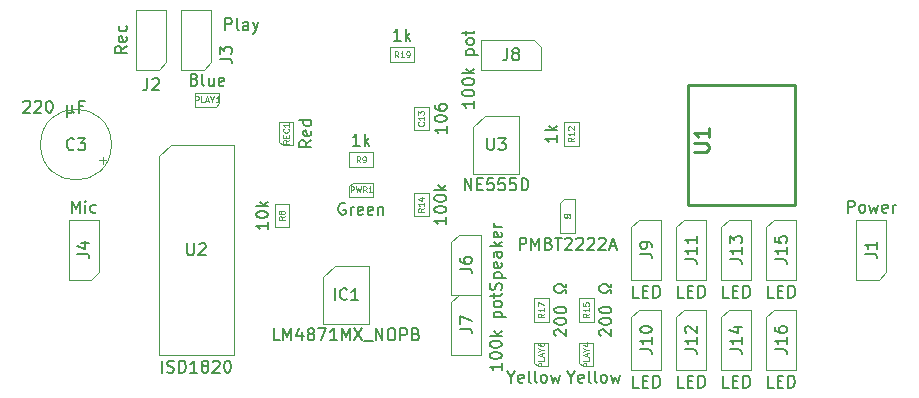
<source format=gbr>
G04 #@! TF.GenerationSoftware,KiCad,Pcbnew,7.0.2-6a45011f42~172~ubuntu22.04.1*
G04 #@! TF.CreationDate,2023-04-28T22:36:37-05:00*
G04 #@! TF.ProjectId,laser,6c617365-722e-46b6-9963-61645f706362,rev?*
G04 #@! TF.SameCoordinates,PXc1c960PY791ddc0*
G04 #@! TF.FileFunction,AssemblyDrawing,Top*
%FSLAX46Y46*%
G04 Gerber Fmt 4.6, Leading zero omitted, Abs format (unit mm)*
G04 Created by KiCad (PCBNEW 7.0.2-6a45011f42~172~ubuntu22.04.1) date 2023-04-28 22:36:37*
%MOMM*%
%LPD*%
G01*
G04 APERTURE LIST*
%ADD10C,0.150000*%
%ADD11C,0.080000*%
%ADD12C,0.254000*%
%ADD13C,0.050000*%
%ADD14C,0.100000*%
G04 APERTURE END LIST*
D10*
X24972619Y20686072D02*
X24496428Y20352739D01*
X24972619Y20114644D02*
X23972619Y20114644D01*
X23972619Y20114644D02*
X23972619Y20495596D01*
X23972619Y20495596D02*
X24020238Y20590834D01*
X24020238Y20590834D02*
X24067857Y20638453D01*
X24067857Y20638453D02*
X24163095Y20686072D01*
X24163095Y20686072D02*
X24305952Y20686072D01*
X24305952Y20686072D02*
X24401190Y20638453D01*
X24401190Y20638453D02*
X24448809Y20590834D01*
X24448809Y20590834D02*
X24496428Y20495596D01*
X24496428Y20495596D02*
X24496428Y20114644D01*
X24925000Y21495596D02*
X24972619Y21400358D01*
X24972619Y21400358D02*
X24972619Y21209882D01*
X24972619Y21209882D02*
X24925000Y21114644D01*
X24925000Y21114644D02*
X24829761Y21067025D01*
X24829761Y21067025D02*
X24448809Y21067025D01*
X24448809Y21067025D02*
X24353571Y21114644D01*
X24353571Y21114644D02*
X24305952Y21209882D01*
X24305952Y21209882D02*
X24305952Y21400358D01*
X24305952Y21400358D02*
X24353571Y21495596D01*
X24353571Y21495596D02*
X24448809Y21543215D01*
X24448809Y21543215D02*
X24544047Y21543215D01*
X24544047Y21543215D02*
X24639285Y21067025D01*
X24972619Y22400358D02*
X23972619Y22400358D01*
X24925000Y22400358D02*
X24972619Y22305120D01*
X24972619Y22305120D02*
X24972619Y22114644D01*
X24972619Y22114644D02*
X24925000Y22019406D01*
X24925000Y22019406D02*
X24877380Y21971787D01*
X24877380Y21971787D02*
X24782142Y21924168D01*
X24782142Y21924168D02*
X24496428Y21924168D01*
X24496428Y21924168D02*
X24401190Y21971787D01*
X24401190Y21971787D02*
X24353571Y22019406D01*
X24353571Y22019406D02*
X24305952Y22114644D01*
X24305952Y22114644D02*
X24305952Y22305120D01*
X24305952Y22305120D02*
X24353571Y22400358D01*
D11*
X23091309Y20697977D02*
X22853214Y20531311D01*
X23091309Y20412263D02*
X22591309Y20412263D01*
X22591309Y20412263D02*
X22591309Y20602739D01*
X22591309Y20602739D02*
X22615119Y20650358D01*
X22615119Y20650358D02*
X22638928Y20674168D01*
X22638928Y20674168D02*
X22686547Y20697977D01*
X22686547Y20697977D02*
X22757976Y20697977D01*
X22757976Y20697977D02*
X22805595Y20674168D01*
X22805595Y20674168D02*
X22829404Y20650358D01*
X22829404Y20650358D02*
X22853214Y20602739D01*
X22853214Y20602739D02*
X22853214Y20412263D01*
X22829404Y20912263D02*
X22829404Y21078930D01*
X23091309Y21150358D02*
X23091309Y20912263D01*
X23091309Y20912263D02*
X22591309Y20912263D01*
X22591309Y20912263D02*
X22591309Y21150358D01*
X23043690Y21650358D02*
X23067500Y21626549D01*
X23067500Y21626549D02*
X23091309Y21555120D01*
X23091309Y21555120D02*
X23091309Y21507501D01*
X23091309Y21507501D02*
X23067500Y21436073D01*
X23067500Y21436073D02*
X23019880Y21388454D01*
X23019880Y21388454D02*
X22972261Y21364644D01*
X22972261Y21364644D02*
X22877023Y21340835D01*
X22877023Y21340835D02*
X22805595Y21340835D01*
X22805595Y21340835D02*
X22710357Y21364644D01*
X22710357Y21364644D02*
X22662738Y21388454D01*
X22662738Y21388454D02*
X22615119Y21436073D01*
X22615119Y21436073D02*
X22591309Y21507501D01*
X22591309Y21507501D02*
X22591309Y21555120D01*
X22591309Y21555120D02*
X22615119Y21626549D01*
X22615119Y21626549D02*
X22638928Y21650358D01*
X23091309Y22126549D02*
X23091309Y21840835D01*
X23091309Y21983692D02*
X22591309Y21983692D01*
X22591309Y21983692D02*
X22662738Y21936073D01*
X22662738Y21936073D02*
X22710357Y21888454D01*
X22710357Y21888454D02*
X22734166Y21840835D01*
D10*
X52703832Y-252619D02*
X52227642Y-252619D01*
X52227642Y-252619D02*
X52227642Y747381D01*
X53037166Y271191D02*
X53370499Y271191D01*
X53513356Y-252619D02*
X53037166Y-252619D01*
X53037166Y-252619D02*
X53037166Y747381D01*
X53037166Y747381D02*
X53513356Y747381D01*
X53941928Y-252619D02*
X53941928Y747381D01*
X53941928Y747381D02*
X54180023Y747381D01*
X54180023Y747381D02*
X54322880Y699762D01*
X54322880Y699762D02*
X54418118Y604524D01*
X54418118Y604524D02*
X54465737Y509286D01*
X54465737Y509286D02*
X54513356Y318810D01*
X54513356Y318810D02*
X54513356Y175953D01*
X54513356Y175953D02*
X54465737Y-14523D01*
X54465737Y-14523D02*
X54418118Y-109761D01*
X54418118Y-109761D02*
X54322880Y-205000D01*
X54322880Y-205000D02*
X54180023Y-252619D01*
X54180023Y-252619D02*
X53941928Y-252619D01*
X52809309Y3000477D02*
X53523594Y3000477D01*
X53523594Y3000477D02*
X53666451Y2952858D01*
X53666451Y2952858D02*
X53761690Y2857620D01*
X53761690Y2857620D02*
X53809309Y2714763D01*
X53809309Y2714763D02*
X53809309Y2619525D01*
X53809309Y4000477D02*
X53809309Y3429049D01*
X53809309Y3714763D02*
X52809309Y3714763D01*
X52809309Y3714763D02*
X52952166Y3619525D01*
X52952166Y3619525D02*
X53047404Y3524287D01*
X53047404Y3524287D02*
X53095023Y3429049D01*
X52809309Y4619525D02*
X52809309Y4714763D01*
X52809309Y4714763D02*
X52856928Y4810001D01*
X52856928Y4810001D02*
X52904547Y4857620D01*
X52904547Y4857620D02*
X52999785Y4905239D01*
X52999785Y4905239D02*
X53190261Y4952858D01*
X53190261Y4952858D02*
X53428356Y4952858D01*
X53428356Y4952858D02*
X53618832Y4905239D01*
X53618832Y4905239D02*
X53714070Y4857620D01*
X53714070Y4857620D02*
X53761690Y4810001D01*
X53761690Y4810001D02*
X53809309Y4714763D01*
X53809309Y4714763D02*
X53809309Y4619525D01*
X53809309Y4619525D02*
X53761690Y4524287D01*
X53761690Y4524287D02*
X53714070Y4476668D01*
X53714070Y4476668D02*
X53618832Y4429049D01*
X53618832Y4429049D02*
X53428356Y4381430D01*
X53428356Y4381430D02*
X53190261Y4381430D01*
X53190261Y4381430D02*
X52999785Y4429049D01*
X52999785Y4429049D02*
X52904547Y4476668D01*
X52904547Y4476668D02*
X52856928Y4524287D01*
X52856928Y4524287D02*
X52809309Y4619525D01*
X21315119Y13732262D02*
X21315119Y13160834D01*
X21315119Y13446548D02*
X20315119Y13446548D01*
X20315119Y13446548D02*
X20457976Y13351310D01*
X20457976Y13351310D02*
X20553214Y13256072D01*
X20553214Y13256072D02*
X20600833Y13160834D01*
X20315119Y14351310D02*
X20315119Y14446548D01*
X20315119Y14446548D02*
X20362738Y14541786D01*
X20362738Y14541786D02*
X20410357Y14589405D01*
X20410357Y14589405D02*
X20505595Y14637024D01*
X20505595Y14637024D02*
X20696071Y14684643D01*
X20696071Y14684643D02*
X20934166Y14684643D01*
X20934166Y14684643D02*
X21124642Y14637024D01*
X21124642Y14637024D02*
X21219880Y14589405D01*
X21219880Y14589405D02*
X21267500Y14541786D01*
X21267500Y14541786D02*
X21315119Y14446548D01*
X21315119Y14446548D02*
X21315119Y14351310D01*
X21315119Y14351310D02*
X21267500Y14256072D01*
X21267500Y14256072D02*
X21219880Y14208453D01*
X21219880Y14208453D02*
X21124642Y14160834D01*
X21124642Y14160834D02*
X20934166Y14113215D01*
X20934166Y14113215D02*
X20696071Y14113215D01*
X20696071Y14113215D02*
X20505595Y14160834D01*
X20505595Y14160834D02*
X20410357Y14208453D01*
X20410357Y14208453D02*
X20362738Y14256072D01*
X20362738Y14256072D02*
X20315119Y14351310D01*
X21315119Y15113215D02*
X20315119Y15113215D01*
X20934166Y15208453D02*
X21315119Y15494167D01*
X20648452Y15494167D02*
X21029404Y15113215D01*
D11*
X22733809Y14244167D02*
X22495714Y14077501D01*
X22733809Y13958453D02*
X22233809Y13958453D01*
X22233809Y13958453D02*
X22233809Y14148929D01*
X22233809Y14148929D02*
X22257619Y14196548D01*
X22257619Y14196548D02*
X22281428Y14220358D01*
X22281428Y14220358D02*
X22329047Y14244167D01*
X22329047Y14244167D02*
X22400476Y14244167D01*
X22400476Y14244167D02*
X22448095Y14220358D01*
X22448095Y14220358D02*
X22471904Y14196548D01*
X22471904Y14196548D02*
X22495714Y14148929D01*
X22495714Y14148929D02*
X22495714Y13958453D01*
X22448095Y14529882D02*
X22424285Y14482263D01*
X22424285Y14482263D02*
X22400476Y14458453D01*
X22400476Y14458453D02*
X22352857Y14434644D01*
X22352857Y14434644D02*
X22329047Y14434644D01*
X22329047Y14434644D02*
X22281428Y14458453D01*
X22281428Y14458453D02*
X22257619Y14482263D01*
X22257619Y14482263D02*
X22233809Y14529882D01*
X22233809Y14529882D02*
X22233809Y14625120D01*
X22233809Y14625120D02*
X22257619Y14672739D01*
X22257619Y14672739D02*
X22281428Y14696548D01*
X22281428Y14696548D02*
X22329047Y14720358D01*
X22329047Y14720358D02*
X22352857Y14720358D01*
X22352857Y14720358D02*
X22400476Y14696548D01*
X22400476Y14696548D02*
X22424285Y14672739D01*
X22424285Y14672739D02*
X22448095Y14625120D01*
X22448095Y14625120D02*
X22448095Y14529882D01*
X22448095Y14529882D02*
X22471904Y14482263D01*
X22471904Y14482263D02*
X22495714Y14458453D01*
X22495714Y14458453D02*
X22543333Y14434644D01*
X22543333Y14434644D02*
X22638571Y14434644D01*
X22638571Y14434644D02*
X22686190Y14458453D01*
X22686190Y14458453D02*
X22710000Y14482263D01*
X22710000Y14482263D02*
X22733809Y14529882D01*
X22733809Y14529882D02*
X22733809Y14625120D01*
X22733809Y14625120D02*
X22710000Y14672739D01*
X22710000Y14672739D02*
X22686190Y14696548D01*
X22686190Y14696548D02*
X22638571Y14720358D01*
X22638571Y14720358D02*
X22543333Y14720358D01*
X22543333Y14720358D02*
X22495714Y14696548D01*
X22495714Y14696548D02*
X22471904Y14672739D01*
X22471904Y14672739D02*
X22448095Y14625120D01*
D10*
X36432619Y21873334D02*
X36432619Y21301906D01*
X36432619Y21587620D02*
X35432619Y21587620D01*
X35432619Y21587620D02*
X35575476Y21492382D01*
X35575476Y21492382D02*
X35670714Y21397144D01*
X35670714Y21397144D02*
X35718333Y21301906D01*
X35432619Y22492382D02*
X35432619Y22587620D01*
X35432619Y22587620D02*
X35480238Y22682858D01*
X35480238Y22682858D02*
X35527857Y22730477D01*
X35527857Y22730477D02*
X35623095Y22778096D01*
X35623095Y22778096D02*
X35813571Y22825715D01*
X35813571Y22825715D02*
X36051666Y22825715D01*
X36051666Y22825715D02*
X36242142Y22778096D01*
X36242142Y22778096D02*
X36337380Y22730477D01*
X36337380Y22730477D02*
X36385000Y22682858D01*
X36385000Y22682858D02*
X36432619Y22587620D01*
X36432619Y22587620D02*
X36432619Y22492382D01*
X36432619Y22492382D02*
X36385000Y22397144D01*
X36385000Y22397144D02*
X36337380Y22349525D01*
X36337380Y22349525D02*
X36242142Y22301906D01*
X36242142Y22301906D02*
X36051666Y22254287D01*
X36051666Y22254287D02*
X35813571Y22254287D01*
X35813571Y22254287D02*
X35623095Y22301906D01*
X35623095Y22301906D02*
X35527857Y22349525D01*
X35527857Y22349525D02*
X35480238Y22397144D01*
X35480238Y22397144D02*
X35432619Y22492382D01*
X35432619Y23682858D02*
X35432619Y23492382D01*
X35432619Y23492382D02*
X35480238Y23397144D01*
X35480238Y23397144D02*
X35527857Y23349525D01*
X35527857Y23349525D02*
X35670714Y23254287D01*
X35670714Y23254287D02*
X35861190Y23206668D01*
X35861190Y23206668D02*
X36242142Y23206668D01*
X36242142Y23206668D02*
X36337380Y23254287D01*
X36337380Y23254287D02*
X36385000Y23301906D01*
X36385000Y23301906D02*
X36432619Y23397144D01*
X36432619Y23397144D02*
X36432619Y23587620D01*
X36432619Y23587620D02*
X36385000Y23682858D01*
X36385000Y23682858D02*
X36337380Y23730477D01*
X36337380Y23730477D02*
X36242142Y23778096D01*
X36242142Y23778096D02*
X36004047Y23778096D01*
X36004047Y23778096D02*
X35908809Y23730477D01*
X35908809Y23730477D02*
X35861190Y23682858D01*
X35861190Y23682858D02*
X35813571Y23587620D01*
X35813571Y23587620D02*
X35813571Y23397144D01*
X35813571Y23397144D02*
X35861190Y23301906D01*
X35861190Y23301906D02*
X35908809Y23254287D01*
X35908809Y23254287D02*
X36004047Y23206668D01*
D11*
X34473690Y22218572D02*
X34497500Y22194763D01*
X34497500Y22194763D02*
X34521309Y22123334D01*
X34521309Y22123334D02*
X34521309Y22075715D01*
X34521309Y22075715D02*
X34497500Y22004287D01*
X34497500Y22004287D02*
X34449880Y21956668D01*
X34449880Y21956668D02*
X34402261Y21932858D01*
X34402261Y21932858D02*
X34307023Y21909049D01*
X34307023Y21909049D02*
X34235595Y21909049D01*
X34235595Y21909049D02*
X34140357Y21932858D01*
X34140357Y21932858D02*
X34092738Y21956668D01*
X34092738Y21956668D02*
X34045119Y22004287D01*
X34045119Y22004287D02*
X34021309Y22075715D01*
X34021309Y22075715D02*
X34021309Y22123334D01*
X34021309Y22123334D02*
X34045119Y22194763D01*
X34045119Y22194763D02*
X34068928Y22218572D01*
X34521309Y22694763D02*
X34521309Y22409049D01*
X34521309Y22551906D02*
X34021309Y22551906D01*
X34021309Y22551906D02*
X34092738Y22504287D01*
X34092738Y22504287D02*
X34140357Y22456668D01*
X34140357Y22456668D02*
X34164166Y22409049D01*
X34021309Y22861429D02*
X34021309Y23170953D01*
X34021309Y23170953D02*
X34211785Y23004286D01*
X34211785Y23004286D02*
X34211785Y23075715D01*
X34211785Y23075715D02*
X34235595Y23123334D01*
X34235595Y23123334D02*
X34259404Y23147143D01*
X34259404Y23147143D02*
X34307023Y23170953D01*
X34307023Y23170953D02*
X34426071Y23170953D01*
X34426071Y23170953D02*
X34473690Y23147143D01*
X34473690Y23147143D02*
X34497500Y23123334D01*
X34497500Y23123334D02*
X34521309Y23075715D01*
X34521309Y23075715D02*
X34521309Y22932858D01*
X34521309Y22932858D02*
X34497500Y22885239D01*
X34497500Y22885239D02*
X34473690Y22861429D01*
D10*
X45664547Y4134525D02*
X45616928Y4182144D01*
X45616928Y4182144D02*
X45569309Y4277382D01*
X45569309Y4277382D02*
X45569309Y4515477D01*
X45569309Y4515477D02*
X45616928Y4610715D01*
X45616928Y4610715D02*
X45664547Y4658334D01*
X45664547Y4658334D02*
X45759785Y4705953D01*
X45759785Y4705953D02*
X45855023Y4705953D01*
X45855023Y4705953D02*
X45997880Y4658334D01*
X45997880Y4658334D02*
X46569309Y4086906D01*
X46569309Y4086906D02*
X46569309Y4705953D01*
X45569309Y5325001D02*
X45569309Y5420239D01*
X45569309Y5420239D02*
X45616928Y5515477D01*
X45616928Y5515477D02*
X45664547Y5563096D01*
X45664547Y5563096D02*
X45759785Y5610715D01*
X45759785Y5610715D02*
X45950261Y5658334D01*
X45950261Y5658334D02*
X46188356Y5658334D01*
X46188356Y5658334D02*
X46378832Y5610715D01*
X46378832Y5610715D02*
X46474070Y5563096D01*
X46474070Y5563096D02*
X46521690Y5515477D01*
X46521690Y5515477D02*
X46569309Y5420239D01*
X46569309Y5420239D02*
X46569309Y5325001D01*
X46569309Y5325001D02*
X46521690Y5229763D01*
X46521690Y5229763D02*
X46474070Y5182144D01*
X46474070Y5182144D02*
X46378832Y5134525D01*
X46378832Y5134525D02*
X46188356Y5086906D01*
X46188356Y5086906D02*
X45950261Y5086906D01*
X45950261Y5086906D02*
X45759785Y5134525D01*
X45759785Y5134525D02*
X45664547Y5182144D01*
X45664547Y5182144D02*
X45616928Y5229763D01*
X45616928Y5229763D02*
X45569309Y5325001D01*
X45569309Y6277382D02*
X45569309Y6372620D01*
X45569309Y6372620D02*
X45616928Y6467858D01*
X45616928Y6467858D02*
X45664547Y6515477D01*
X45664547Y6515477D02*
X45759785Y6563096D01*
X45759785Y6563096D02*
X45950261Y6610715D01*
X45950261Y6610715D02*
X46188356Y6610715D01*
X46188356Y6610715D02*
X46378832Y6563096D01*
X46378832Y6563096D02*
X46474070Y6515477D01*
X46474070Y6515477D02*
X46521690Y6467858D01*
X46521690Y6467858D02*
X46569309Y6372620D01*
X46569309Y6372620D02*
X46569309Y6277382D01*
X46569309Y6277382D02*
X46521690Y6182144D01*
X46521690Y6182144D02*
X46474070Y6134525D01*
X46474070Y6134525D02*
X46378832Y6086906D01*
X46378832Y6086906D02*
X46188356Y6039287D01*
X46188356Y6039287D02*
X45950261Y6039287D01*
X45950261Y6039287D02*
X45759785Y6086906D01*
X45759785Y6086906D02*
X45664547Y6134525D01*
X45664547Y6134525D02*
X45616928Y6182144D01*
X45616928Y6182144D02*
X45569309Y6277382D01*
X46569309Y7753573D02*
X46569309Y7991668D01*
X46569309Y7991668D02*
X46378832Y7991668D01*
X46378832Y7991668D02*
X46331213Y7896430D01*
X46331213Y7896430D02*
X46235975Y7801192D01*
X46235975Y7801192D02*
X46093118Y7753573D01*
X46093118Y7753573D02*
X45855023Y7753573D01*
X45855023Y7753573D02*
X45712166Y7801192D01*
X45712166Y7801192D02*
X45616928Y7896430D01*
X45616928Y7896430D02*
X45569309Y8039287D01*
X45569309Y8039287D02*
X45569309Y8229763D01*
X45569309Y8229763D02*
X45616928Y8372620D01*
X45616928Y8372620D02*
X45712166Y8467858D01*
X45712166Y8467858D02*
X45855023Y8515477D01*
X45855023Y8515477D02*
X46093118Y8515477D01*
X46093118Y8515477D02*
X46235975Y8467858D01*
X46235975Y8467858D02*
X46331213Y8372620D01*
X46331213Y8372620D02*
X46378832Y8277382D01*
X46378832Y8277382D02*
X46569309Y8277382D01*
X46569309Y8277382D02*
X46569309Y8515477D01*
D11*
X44687999Y6003572D02*
X44449904Y5836906D01*
X44687999Y5717858D02*
X44187999Y5717858D01*
X44187999Y5717858D02*
X44187999Y5908334D01*
X44187999Y5908334D02*
X44211809Y5955953D01*
X44211809Y5955953D02*
X44235618Y5979763D01*
X44235618Y5979763D02*
X44283237Y6003572D01*
X44283237Y6003572D02*
X44354666Y6003572D01*
X44354666Y6003572D02*
X44402285Y5979763D01*
X44402285Y5979763D02*
X44426094Y5955953D01*
X44426094Y5955953D02*
X44449904Y5908334D01*
X44449904Y5908334D02*
X44449904Y5717858D01*
X44687999Y6479763D02*
X44687999Y6194049D01*
X44687999Y6336906D02*
X44187999Y6336906D01*
X44187999Y6336906D02*
X44259428Y6289287D01*
X44259428Y6289287D02*
X44307047Y6241668D01*
X44307047Y6241668D02*
X44330856Y6194049D01*
X44187999Y6646429D02*
X44187999Y6979762D01*
X44187999Y6979762D02*
X44687999Y6765477D01*
D10*
X4715000Y14562381D02*
X4715000Y15562381D01*
X4715000Y15562381D02*
X5048333Y14848096D01*
X5048333Y14848096D02*
X5381666Y15562381D01*
X5381666Y15562381D02*
X5381666Y14562381D01*
X5857857Y14562381D02*
X5857857Y15229048D01*
X5857857Y15562381D02*
X5810238Y15514762D01*
X5810238Y15514762D02*
X5857857Y15467143D01*
X5857857Y15467143D02*
X5905476Y15514762D01*
X5905476Y15514762D02*
X5857857Y15562381D01*
X5857857Y15562381D02*
X5857857Y15467143D01*
X6762618Y14610000D02*
X6667380Y14562381D01*
X6667380Y14562381D02*
X6476904Y14562381D01*
X6476904Y14562381D02*
X6381666Y14610000D01*
X6381666Y14610000D02*
X6334047Y14657620D01*
X6334047Y14657620D02*
X6286428Y14752858D01*
X6286428Y14752858D02*
X6286428Y15038572D01*
X6286428Y15038572D02*
X6334047Y15133810D01*
X6334047Y15133810D02*
X6381666Y15181429D01*
X6381666Y15181429D02*
X6476904Y15229048D01*
X6476904Y15229048D02*
X6667380Y15229048D01*
X6667380Y15229048D02*
X6762618Y15181429D01*
X5177619Y11091667D02*
X5891904Y11091667D01*
X5891904Y11091667D02*
X6034761Y11044048D01*
X6034761Y11044048D02*
X6130000Y10948810D01*
X6130000Y10948810D02*
X6177619Y10805953D01*
X6177619Y10805953D02*
X6177619Y10710715D01*
X5510952Y11996429D02*
X6177619Y11996429D01*
X5130000Y11758334D02*
X5844285Y11520239D01*
X5844285Y11520239D02*
X5844285Y12139286D01*
X27852856Y15349762D02*
X27757618Y15397381D01*
X27757618Y15397381D02*
X27614761Y15397381D01*
X27614761Y15397381D02*
X27471904Y15349762D01*
X27471904Y15349762D02*
X27376666Y15254524D01*
X27376666Y15254524D02*
X27329047Y15159286D01*
X27329047Y15159286D02*
X27281428Y14968810D01*
X27281428Y14968810D02*
X27281428Y14825953D01*
X27281428Y14825953D02*
X27329047Y14635477D01*
X27329047Y14635477D02*
X27376666Y14540239D01*
X27376666Y14540239D02*
X27471904Y14445000D01*
X27471904Y14445000D02*
X27614761Y14397381D01*
X27614761Y14397381D02*
X27709999Y14397381D01*
X27709999Y14397381D02*
X27852856Y14445000D01*
X27852856Y14445000D02*
X27900475Y14492620D01*
X27900475Y14492620D02*
X27900475Y14825953D01*
X27900475Y14825953D02*
X27709999Y14825953D01*
X28329047Y14397381D02*
X28329047Y15064048D01*
X28329047Y14873572D02*
X28376666Y14968810D01*
X28376666Y14968810D02*
X28424285Y15016429D01*
X28424285Y15016429D02*
X28519523Y15064048D01*
X28519523Y15064048D02*
X28614761Y15064048D01*
X29329047Y14445000D02*
X29233809Y14397381D01*
X29233809Y14397381D02*
X29043333Y14397381D01*
X29043333Y14397381D02*
X28948095Y14445000D01*
X28948095Y14445000D02*
X28900476Y14540239D01*
X28900476Y14540239D02*
X28900476Y14921191D01*
X28900476Y14921191D02*
X28948095Y15016429D01*
X28948095Y15016429D02*
X29043333Y15064048D01*
X29043333Y15064048D02*
X29233809Y15064048D01*
X29233809Y15064048D02*
X29329047Y15016429D01*
X29329047Y15016429D02*
X29376666Y14921191D01*
X29376666Y14921191D02*
X29376666Y14825953D01*
X29376666Y14825953D02*
X28900476Y14730715D01*
X30186190Y14445000D02*
X30090952Y14397381D01*
X30090952Y14397381D02*
X29900476Y14397381D01*
X29900476Y14397381D02*
X29805238Y14445000D01*
X29805238Y14445000D02*
X29757619Y14540239D01*
X29757619Y14540239D02*
X29757619Y14921191D01*
X29757619Y14921191D02*
X29805238Y15016429D01*
X29805238Y15016429D02*
X29900476Y15064048D01*
X29900476Y15064048D02*
X30090952Y15064048D01*
X30090952Y15064048D02*
X30186190Y15016429D01*
X30186190Y15016429D02*
X30233809Y14921191D01*
X30233809Y14921191D02*
X30233809Y14825953D01*
X30233809Y14825953D02*
X29757619Y14730715D01*
X30662381Y15064048D02*
X30662381Y14397381D01*
X30662381Y14968810D02*
X30710000Y15016429D01*
X30710000Y15016429D02*
X30805238Y15064048D01*
X30805238Y15064048D02*
X30948095Y15064048D01*
X30948095Y15064048D02*
X31043333Y15016429D01*
X31043333Y15016429D02*
X31090952Y14921191D01*
X31090952Y14921191D02*
X31090952Y14397381D01*
D11*
X28305238Y16278691D02*
X28305238Y16778691D01*
X28305238Y16778691D02*
X28495714Y16778691D01*
X28495714Y16778691D02*
X28543333Y16754881D01*
X28543333Y16754881D02*
X28567143Y16731072D01*
X28567143Y16731072D02*
X28590952Y16683453D01*
X28590952Y16683453D02*
X28590952Y16612024D01*
X28590952Y16612024D02*
X28567143Y16564405D01*
X28567143Y16564405D02*
X28543333Y16540596D01*
X28543333Y16540596D02*
X28495714Y16516786D01*
X28495714Y16516786D02*
X28305238Y16516786D01*
X28757619Y16778691D02*
X28876667Y16278691D01*
X28876667Y16278691D02*
X28971905Y16635834D01*
X28971905Y16635834D02*
X29067143Y16278691D01*
X29067143Y16278691D02*
X29186191Y16778691D01*
X29662381Y16278691D02*
X29495715Y16516786D01*
X29376667Y16278691D02*
X29376667Y16778691D01*
X29376667Y16778691D02*
X29567143Y16778691D01*
X29567143Y16778691D02*
X29614762Y16754881D01*
X29614762Y16754881D02*
X29638572Y16731072D01*
X29638572Y16731072D02*
X29662381Y16683453D01*
X29662381Y16683453D02*
X29662381Y16612024D01*
X29662381Y16612024D02*
X29638572Y16564405D01*
X29638572Y16564405D02*
X29614762Y16540596D01*
X29614762Y16540596D02*
X29567143Y16516786D01*
X29567143Y16516786D02*
X29376667Y16516786D01*
X30138572Y16278691D02*
X29852858Y16278691D01*
X29995715Y16278691D02*
X29995715Y16778691D01*
X29995715Y16778691D02*
X29948096Y16707262D01*
X29948096Y16707262D02*
X29900477Y16659643D01*
X29900477Y16659643D02*
X29852858Y16635834D01*
D10*
X22297142Y3757381D02*
X21820952Y3757381D01*
X21820952Y3757381D02*
X21820952Y4757381D01*
X22630476Y3757381D02*
X22630476Y4757381D01*
X22630476Y4757381D02*
X22963809Y4043096D01*
X22963809Y4043096D02*
X23297142Y4757381D01*
X23297142Y4757381D02*
X23297142Y3757381D01*
X24201904Y4424048D02*
X24201904Y3757381D01*
X23963809Y4805000D02*
X23725714Y4090715D01*
X23725714Y4090715D02*
X24344761Y4090715D01*
X24868571Y4328810D02*
X24773333Y4376429D01*
X24773333Y4376429D02*
X24725714Y4424048D01*
X24725714Y4424048D02*
X24678095Y4519286D01*
X24678095Y4519286D02*
X24678095Y4566905D01*
X24678095Y4566905D02*
X24725714Y4662143D01*
X24725714Y4662143D02*
X24773333Y4709762D01*
X24773333Y4709762D02*
X24868571Y4757381D01*
X24868571Y4757381D02*
X25059047Y4757381D01*
X25059047Y4757381D02*
X25154285Y4709762D01*
X25154285Y4709762D02*
X25201904Y4662143D01*
X25201904Y4662143D02*
X25249523Y4566905D01*
X25249523Y4566905D02*
X25249523Y4519286D01*
X25249523Y4519286D02*
X25201904Y4424048D01*
X25201904Y4424048D02*
X25154285Y4376429D01*
X25154285Y4376429D02*
X25059047Y4328810D01*
X25059047Y4328810D02*
X24868571Y4328810D01*
X24868571Y4328810D02*
X24773333Y4281191D01*
X24773333Y4281191D02*
X24725714Y4233572D01*
X24725714Y4233572D02*
X24678095Y4138334D01*
X24678095Y4138334D02*
X24678095Y3947858D01*
X24678095Y3947858D02*
X24725714Y3852620D01*
X24725714Y3852620D02*
X24773333Y3805000D01*
X24773333Y3805000D02*
X24868571Y3757381D01*
X24868571Y3757381D02*
X25059047Y3757381D01*
X25059047Y3757381D02*
X25154285Y3805000D01*
X25154285Y3805000D02*
X25201904Y3852620D01*
X25201904Y3852620D02*
X25249523Y3947858D01*
X25249523Y3947858D02*
X25249523Y4138334D01*
X25249523Y4138334D02*
X25201904Y4233572D01*
X25201904Y4233572D02*
X25154285Y4281191D01*
X25154285Y4281191D02*
X25059047Y4328810D01*
X25582857Y4757381D02*
X26249523Y4757381D01*
X26249523Y4757381D02*
X25820952Y3757381D01*
X27154285Y3757381D02*
X26582857Y3757381D01*
X26868571Y3757381D02*
X26868571Y4757381D01*
X26868571Y4757381D02*
X26773333Y4614524D01*
X26773333Y4614524D02*
X26678095Y4519286D01*
X26678095Y4519286D02*
X26582857Y4471667D01*
X27582857Y3757381D02*
X27582857Y4757381D01*
X27582857Y4757381D02*
X27916190Y4043096D01*
X27916190Y4043096D02*
X28249523Y4757381D01*
X28249523Y4757381D02*
X28249523Y3757381D01*
X28630476Y4757381D02*
X29297142Y3757381D01*
X29297142Y4757381D02*
X28630476Y3757381D01*
X29440000Y3662143D02*
X30201904Y3662143D01*
X30440000Y3757381D02*
X30440000Y4757381D01*
X30440000Y4757381D02*
X31011428Y3757381D01*
X31011428Y3757381D02*
X31011428Y4757381D01*
X31678095Y4757381D02*
X31868571Y4757381D01*
X31868571Y4757381D02*
X31963809Y4709762D01*
X31963809Y4709762D02*
X32059047Y4614524D01*
X32059047Y4614524D02*
X32106666Y4424048D01*
X32106666Y4424048D02*
X32106666Y4090715D01*
X32106666Y4090715D02*
X32059047Y3900239D01*
X32059047Y3900239D02*
X31963809Y3805000D01*
X31963809Y3805000D02*
X31868571Y3757381D01*
X31868571Y3757381D02*
X31678095Y3757381D01*
X31678095Y3757381D02*
X31582857Y3805000D01*
X31582857Y3805000D02*
X31487619Y3900239D01*
X31487619Y3900239D02*
X31440000Y4090715D01*
X31440000Y4090715D02*
X31440000Y4424048D01*
X31440000Y4424048D02*
X31487619Y4614524D01*
X31487619Y4614524D02*
X31582857Y4709762D01*
X31582857Y4709762D02*
X31678095Y4757381D01*
X32535238Y3757381D02*
X32535238Y4757381D01*
X32535238Y4757381D02*
X32916190Y4757381D01*
X32916190Y4757381D02*
X33011428Y4709762D01*
X33011428Y4709762D02*
X33059047Y4662143D01*
X33059047Y4662143D02*
X33106666Y4566905D01*
X33106666Y4566905D02*
X33106666Y4424048D01*
X33106666Y4424048D02*
X33059047Y4328810D01*
X33059047Y4328810D02*
X33011428Y4281191D01*
X33011428Y4281191D02*
X32916190Y4233572D01*
X32916190Y4233572D02*
X32535238Y4233572D01*
X33868571Y4281191D02*
X34011428Y4233572D01*
X34011428Y4233572D02*
X34059047Y4185953D01*
X34059047Y4185953D02*
X34106666Y4090715D01*
X34106666Y4090715D02*
X34106666Y3947858D01*
X34106666Y3947858D02*
X34059047Y3852620D01*
X34059047Y3852620D02*
X34011428Y3805000D01*
X34011428Y3805000D02*
X33916190Y3757381D01*
X33916190Y3757381D02*
X33535238Y3757381D01*
X33535238Y3757381D02*
X33535238Y4757381D01*
X33535238Y4757381D02*
X33868571Y4757381D01*
X33868571Y4757381D02*
X33963809Y4709762D01*
X33963809Y4709762D02*
X34011428Y4662143D01*
X34011428Y4662143D02*
X34059047Y4566905D01*
X34059047Y4566905D02*
X34059047Y4471667D01*
X34059047Y4471667D02*
X34011428Y4376429D01*
X34011428Y4376429D02*
X33963809Y4328810D01*
X33963809Y4328810D02*
X33868571Y4281191D01*
X33868571Y4281191D02*
X33535238Y4281191D01*
X26983333Y7166634D02*
X26983333Y8146634D01*
X28010000Y7259967D02*
X27963333Y7213300D01*
X27963333Y7213300D02*
X27823333Y7166634D01*
X27823333Y7166634D02*
X27730000Y7166634D01*
X27730000Y7166634D02*
X27590000Y7213300D01*
X27590000Y7213300D02*
X27496667Y7306634D01*
X27496667Y7306634D02*
X27450000Y7399967D01*
X27450000Y7399967D02*
X27403333Y7586634D01*
X27403333Y7586634D02*
X27403333Y7726634D01*
X27403333Y7726634D02*
X27450000Y7913300D01*
X27450000Y7913300D02*
X27496667Y8006634D01*
X27496667Y8006634D02*
X27590000Y8099967D01*
X27590000Y8099967D02*
X27730000Y8146634D01*
X27730000Y8146634D02*
X27823333Y8146634D01*
X27823333Y8146634D02*
X27963333Y8099967D01*
X27963333Y8099967D02*
X28010000Y8053300D01*
X28943333Y7166634D02*
X28383333Y7166634D01*
X28663333Y7166634D02*
X28663333Y8146634D01*
X28663333Y8146634D02*
X28570000Y8006634D01*
X28570000Y8006634D02*
X28476667Y7913300D01*
X28476667Y7913300D02*
X28383333Y7866634D01*
X70413809Y14567381D02*
X70413809Y15567381D01*
X70413809Y15567381D02*
X70794761Y15567381D01*
X70794761Y15567381D02*
X70889999Y15519762D01*
X70889999Y15519762D02*
X70937618Y15472143D01*
X70937618Y15472143D02*
X70985237Y15376905D01*
X70985237Y15376905D02*
X70985237Y15234048D01*
X70985237Y15234048D02*
X70937618Y15138810D01*
X70937618Y15138810D02*
X70889999Y15091191D01*
X70889999Y15091191D02*
X70794761Y15043572D01*
X70794761Y15043572D02*
X70413809Y15043572D01*
X71556666Y14567381D02*
X71461428Y14615000D01*
X71461428Y14615000D02*
X71413809Y14662620D01*
X71413809Y14662620D02*
X71366190Y14757858D01*
X71366190Y14757858D02*
X71366190Y15043572D01*
X71366190Y15043572D02*
X71413809Y15138810D01*
X71413809Y15138810D02*
X71461428Y15186429D01*
X71461428Y15186429D02*
X71556666Y15234048D01*
X71556666Y15234048D02*
X71699523Y15234048D01*
X71699523Y15234048D02*
X71794761Y15186429D01*
X71794761Y15186429D02*
X71842380Y15138810D01*
X71842380Y15138810D02*
X71889999Y15043572D01*
X71889999Y15043572D02*
X71889999Y14757858D01*
X71889999Y14757858D02*
X71842380Y14662620D01*
X71842380Y14662620D02*
X71794761Y14615000D01*
X71794761Y14615000D02*
X71699523Y14567381D01*
X71699523Y14567381D02*
X71556666Y14567381D01*
X72223333Y15234048D02*
X72413809Y14567381D01*
X72413809Y14567381D02*
X72604285Y15043572D01*
X72604285Y15043572D02*
X72794761Y14567381D01*
X72794761Y14567381D02*
X72985237Y15234048D01*
X73747142Y14615000D02*
X73651904Y14567381D01*
X73651904Y14567381D02*
X73461428Y14567381D01*
X73461428Y14567381D02*
X73366190Y14615000D01*
X73366190Y14615000D02*
X73318571Y14710239D01*
X73318571Y14710239D02*
X73318571Y15091191D01*
X73318571Y15091191D02*
X73366190Y15186429D01*
X73366190Y15186429D02*
X73461428Y15234048D01*
X73461428Y15234048D02*
X73651904Y15234048D01*
X73651904Y15234048D02*
X73747142Y15186429D01*
X73747142Y15186429D02*
X73794761Y15091191D01*
X73794761Y15091191D02*
X73794761Y14995953D01*
X73794761Y14995953D02*
X73318571Y14900715D01*
X74223333Y14567381D02*
X74223333Y15234048D01*
X74223333Y15043572D02*
X74270952Y15138810D01*
X74270952Y15138810D02*
X74318571Y15186429D01*
X74318571Y15186429D02*
X74413809Y15234048D01*
X74413809Y15234048D02*
X74509047Y15234048D01*
X71852619Y11096667D02*
X72566904Y11096667D01*
X72566904Y11096667D02*
X72709761Y11049048D01*
X72709761Y11049048D02*
X72805000Y10953810D01*
X72805000Y10953810D02*
X72852619Y10810953D01*
X72852619Y10810953D02*
X72852619Y10715715D01*
X72852619Y12096667D02*
X72852619Y11525239D01*
X72852619Y11810953D02*
X71852619Y11810953D01*
X71852619Y11810953D02*
X71995476Y11715715D01*
X71995476Y11715715D02*
X72090714Y11620477D01*
X72090714Y11620477D02*
X72138333Y11525239D01*
X603571Y23937143D02*
X651190Y23984762D01*
X651190Y23984762D02*
X746428Y24032381D01*
X746428Y24032381D02*
X984523Y24032381D01*
X984523Y24032381D02*
X1079761Y23984762D01*
X1079761Y23984762D02*
X1127380Y23937143D01*
X1127380Y23937143D02*
X1174999Y23841905D01*
X1174999Y23841905D02*
X1174999Y23746667D01*
X1174999Y23746667D02*
X1127380Y23603810D01*
X1127380Y23603810D02*
X555952Y23032381D01*
X555952Y23032381D02*
X1174999Y23032381D01*
X1555952Y23937143D02*
X1603571Y23984762D01*
X1603571Y23984762D02*
X1698809Y24032381D01*
X1698809Y24032381D02*
X1936904Y24032381D01*
X1936904Y24032381D02*
X2032142Y23984762D01*
X2032142Y23984762D02*
X2079761Y23937143D01*
X2079761Y23937143D02*
X2127380Y23841905D01*
X2127380Y23841905D02*
X2127380Y23746667D01*
X2127380Y23746667D02*
X2079761Y23603810D01*
X2079761Y23603810D02*
X1508333Y23032381D01*
X1508333Y23032381D02*
X2127380Y23032381D01*
X2746428Y24032381D02*
X2841666Y24032381D01*
X2841666Y24032381D02*
X2936904Y23984762D01*
X2936904Y23984762D02*
X2984523Y23937143D01*
X2984523Y23937143D02*
X3032142Y23841905D01*
X3032142Y23841905D02*
X3079761Y23651429D01*
X3079761Y23651429D02*
X3079761Y23413334D01*
X3079761Y23413334D02*
X3032142Y23222858D01*
X3032142Y23222858D02*
X2984523Y23127620D01*
X2984523Y23127620D02*
X2936904Y23080000D01*
X2936904Y23080000D02*
X2841666Y23032381D01*
X2841666Y23032381D02*
X2746428Y23032381D01*
X2746428Y23032381D02*
X2651190Y23080000D01*
X2651190Y23080000D02*
X2603571Y23127620D01*
X2603571Y23127620D02*
X2555952Y23222858D01*
X2555952Y23222858D02*
X2508333Y23413334D01*
X2508333Y23413334D02*
X2508333Y23651429D01*
X2508333Y23651429D02*
X2555952Y23841905D01*
X2555952Y23841905D02*
X2603571Y23937143D01*
X2603571Y23937143D02*
X2651190Y23984762D01*
X2651190Y23984762D02*
X2746428Y24032381D01*
X4270238Y23699048D02*
X4270238Y22699048D01*
X4746428Y23175239D02*
X4794047Y23080000D01*
X4794047Y23080000D02*
X4889285Y23032381D01*
X4270238Y23175239D02*
X4317857Y23080000D01*
X4317857Y23080000D02*
X4413095Y23032381D01*
X4413095Y23032381D02*
X4603571Y23032381D01*
X4603571Y23032381D02*
X4698809Y23080000D01*
X4698809Y23080000D02*
X4746428Y23175239D01*
X4746428Y23175239D02*
X4746428Y23699048D01*
X5651190Y23556191D02*
X5317857Y23556191D01*
X5317857Y23032381D02*
X5317857Y24032381D01*
X5317857Y24032381D02*
X5794047Y24032381D01*
X4893333Y19952620D02*
X4845714Y19905000D01*
X4845714Y19905000D02*
X4702857Y19857381D01*
X4702857Y19857381D02*
X4607619Y19857381D01*
X4607619Y19857381D02*
X4464762Y19905000D01*
X4464762Y19905000D02*
X4369524Y20000239D01*
X4369524Y20000239D02*
X4321905Y20095477D01*
X4321905Y20095477D02*
X4274286Y20285953D01*
X4274286Y20285953D02*
X4274286Y20428810D01*
X4274286Y20428810D02*
X4321905Y20619286D01*
X4321905Y20619286D02*
X4369524Y20714524D01*
X4369524Y20714524D02*
X4464762Y20809762D01*
X4464762Y20809762D02*
X4607619Y20857381D01*
X4607619Y20857381D02*
X4702857Y20857381D01*
X4702857Y20857381D02*
X4845714Y20809762D01*
X4845714Y20809762D02*
X4893333Y20762143D01*
X5226667Y20857381D02*
X5845714Y20857381D01*
X5845714Y20857381D02*
X5512381Y20476429D01*
X5512381Y20476429D02*
X5655238Y20476429D01*
X5655238Y20476429D02*
X5750476Y20428810D01*
X5750476Y20428810D02*
X5798095Y20381191D01*
X5798095Y20381191D02*
X5845714Y20285953D01*
X5845714Y20285953D02*
X5845714Y20047858D01*
X5845714Y20047858D02*
X5798095Y19952620D01*
X5798095Y19952620D02*
X5750476Y19905000D01*
X5750476Y19905000D02*
X5655238Y19857381D01*
X5655238Y19857381D02*
X5369524Y19857381D01*
X5369524Y19857381D02*
X5274286Y19905000D01*
X5274286Y19905000D02*
X5226667Y19952620D01*
X37973333Y16457381D02*
X37973333Y17457381D01*
X37973333Y17457381D02*
X38544761Y16457381D01*
X38544761Y16457381D02*
X38544761Y17457381D01*
X39020952Y16981191D02*
X39354285Y16981191D01*
X39497142Y16457381D02*
X39020952Y16457381D01*
X39020952Y16457381D02*
X39020952Y17457381D01*
X39020952Y17457381D02*
X39497142Y17457381D01*
X40401904Y17457381D02*
X39925714Y17457381D01*
X39925714Y17457381D02*
X39878095Y16981191D01*
X39878095Y16981191D02*
X39925714Y17028810D01*
X39925714Y17028810D02*
X40020952Y17076429D01*
X40020952Y17076429D02*
X40259047Y17076429D01*
X40259047Y17076429D02*
X40354285Y17028810D01*
X40354285Y17028810D02*
X40401904Y16981191D01*
X40401904Y16981191D02*
X40449523Y16885953D01*
X40449523Y16885953D02*
X40449523Y16647858D01*
X40449523Y16647858D02*
X40401904Y16552620D01*
X40401904Y16552620D02*
X40354285Y16505000D01*
X40354285Y16505000D02*
X40259047Y16457381D01*
X40259047Y16457381D02*
X40020952Y16457381D01*
X40020952Y16457381D02*
X39925714Y16505000D01*
X39925714Y16505000D02*
X39878095Y16552620D01*
X41354285Y17457381D02*
X40878095Y17457381D01*
X40878095Y17457381D02*
X40830476Y16981191D01*
X40830476Y16981191D02*
X40878095Y17028810D01*
X40878095Y17028810D02*
X40973333Y17076429D01*
X40973333Y17076429D02*
X41211428Y17076429D01*
X41211428Y17076429D02*
X41306666Y17028810D01*
X41306666Y17028810D02*
X41354285Y16981191D01*
X41354285Y16981191D02*
X41401904Y16885953D01*
X41401904Y16885953D02*
X41401904Y16647858D01*
X41401904Y16647858D02*
X41354285Y16552620D01*
X41354285Y16552620D02*
X41306666Y16505000D01*
X41306666Y16505000D02*
X41211428Y16457381D01*
X41211428Y16457381D02*
X40973333Y16457381D01*
X40973333Y16457381D02*
X40878095Y16505000D01*
X40878095Y16505000D02*
X40830476Y16552620D01*
X42306666Y17457381D02*
X41830476Y17457381D01*
X41830476Y17457381D02*
X41782857Y16981191D01*
X41782857Y16981191D02*
X41830476Y17028810D01*
X41830476Y17028810D02*
X41925714Y17076429D01*
X41925714Y17076429D02*
X42163809Y17076429D01*
X42163809Y17076429D02*
X42259047Y17028810D01*
X42259047Y17028810D02*
X42306666Y16981191D01*
X42306666Y16981191D02*
X42354285Y16885953D01*
X42354285Y16885953D02*
X42354285Y16647858D01*
X42354285Y16647858D02*
X42306666Y16552620D01*
X42306666Y16552620D02*
X42259047Y16505000D01*
X42259047Y16505000D02*
X42163809Y16457381D01*
X42163809Y16457381D02*
X41925714Y16457381D01*
X41925714Y16457381D02*
X41830476Y16505000D01*
X41830476Y16505000D02*
X41782857Y16552620D01*
X42782857Y16457381D02*
X42782857Y17457381D01*
X42782857Y17457381D02*
X43020952Y17457381D01*
X43020952Y17457381D02*
X43163809Y17409762D01*
X43163809Y17409762D02*
X43259047Y17314524D01*
X43259047Y17314524D02*
X43306666Y17219286D01*
X43306666Y17219286D02*
X43354285Y17028810D01*
X43354285Y17028810D02*
X43354285Y16885953D01*
X43354285Y16885953D02*
X43306666Y16695477D01*
X43306666Y16695477D02*
X43259047Y16600239D01*
X43259047Y16600239D02*
X43163809Y16505000D01*
X43163809Y16505000D02*
X43020952Y16457381D01*
X43020952Y16457381D02*
X42782857Y16457381D01*
X39893333Y20846634D02*
X39893333Y20053300D01*
X39893333Y20053300D02*
X39940000Y19959967D01*
X39940000Y19959967D02*
X39986666Y19913300D01*
X39986666Y19913300D02*
X40080000Y19866634D01*
X40080000Y19866634D02*
X40266666Y19866634D01*
X40266666Y19866634D02*
X40360000Y19913300D01*
X40360000Y19913300D02*
X40406666Y19959967D01*
X40406666Y19959967D02*
X40453333Y20053300D01*
X40453333Y20053300D02*
X40453333Y20846634D01*
X40826667Y20846634D02*
X41433333Y20846634D01*
X41433333Y20846634D02*
X41106667Y20473300D01*
X41106667Y20473300D02*
X41246667Y20473300D01*
X41246667Y20473300D02*
X41340000Y20426634D01*
X41340000Y20426634D02*
X41386667Y20379967D01*
X41386667Y20379967D02*
X41433333Y20286634D01*
X41433333Y20286634D02*
X41433333Y20053300D01*
X41433333Y20053300D02*
X41386667Y19959967D01*
X41386667Y19959967D02*
X41340000Y19913300D01*
X41340000Y19913300D02*
X41246667Y19866634D01*
X41246667Y19866634D02*
X40966667Y19866634D01*
X40966667Y19866634D02*
X40873333Y19913300D01*
X40873333Y19913300D02*
X40826667Y19959967D01*
X9352619Y28662381D02*
X8876428Y28329048D01*
X9352619Y28090953D02*
X8352619Y28090953D01*
X8352619Y28090953D02*
X8352619Y28471905D01*
X8352619Y28471905D02*
X8400238Y28567143D01*
X8400238Y28567143D02*
X8447857Y28614762D01*
X8447857Y28614762D02*
X8543095Y28662381D01*
X8543095Y28662381D02*
X8685952Y28662381D01*
X8685952Y28662381D02*
X8781190Y28614762D01*
X8781190Y28614762D02*
X8828809Y28567143D01*
X8828809Y28567143D02*
X8876428Y28471905D01*
X8876428Y28471905D02*
X8876428Y28090953D01*
X9305000Y29471905D02*
X9352619Y29376667D01*
X9352619Y29376667D02*
X9352619Y29186191D01*
X9352619Y29186191D02*
X9305000Y29090953D01*
X9305000Y29090953D02*
X9209761Y29043334D01*
X9209761Y29043334D02*
X8828809Y29043334D01*
X8828809Y29043334D02*
X8733571Y29090953D01*
X8733571Y29090953D02*
X8685952Y29186191D01*
X8685952Y29186191D02*
X8685952Y29376667D01*
X8685952Y29376667D02*
X8733571Y29471905D01*
X8733571Y29471905D02*
X8828809Y29519524D01*
X8828809Y29519524D02*
X8924047Y29519524D01*
X8924047Y29519524D02*
X9019285Y29043334D01*
X9305000Y30376667D02*
X9352619Y30281429D01*
X9352619Y30281429D02*
X9352619Y30090953D01*
X9352619Y30090953D02*
X9305000Y29995715D01*
X9305000Y29995715D02*
X9257380Y29948096D01*
X9257380Y29948096D02*
X9162142Y29900477D01*
X9162142Y29900477D02*
X8876428Y29900477D01*
X8876428Y29900477D02*
X8781190Y29948096D01*
X8781190Y29948096D02*
X8733571Y29995715D01*
X8733571Y29995715D02*
X8685952Y30090953D01*
X8685952Y30090953D02*
X8685952Y30281429D01*
X8685952Y30281429D02*
X8733571Y30376667D01*
X11096666Y25937381D02*
X11096666Y25223096D01*
X11096666Y25223096D02*
X11049047Y25080239D01*
X11049047Y25080239D02*
X10953809Y24985000D01*
X10953809Y24985000D02*
X10810952Y24937381D01*
X10810952Y24937381D02*
X10715714Y24937381D01*
X11525238Y25842143D02*
X11572857Y25889762D01*
X11572857Y25889762D02*
X11668095Y25937381D01*
X11668095Y25937381D02*
X11906190Y25937381D01*
X11906190Y25937381D02*
X12001428Y25889762D01*
X12001428Y25889762D02*
X12049047Y25842143D01*
X12049047Y25842143D02*
X12096666Y25746905D01*
X12096666Y25746905D02*
X12096666Y25651667D01*
X12096666Y25651667D02*
X12049047Y25508810D01*
X12049047Y25508810D02*
X11477619Y24937381D01*
X11477619Y24937381D02*
X12096666Y24937381D01*
X36402619Y14168572D02*
X36402619Y13597144D01*
X36402619Y13882858D02*
X35402619Y13882858D01*
X35402619Y13882858D02*
X35545476Y13787620D01*
X35545476Y13787620D02*
X35640714Y13692382D01*
X35640714Y13692382D02*
X35688333Y13597144D01*
X35402619Y14787620D02*
X35402619Y14882858D01*
X35402619Y14882858D02*
X35450238Y14978096D01*
X35450238Y14978096D02*
X35497857Y15025715D01*
X35497857Y15025715D02*
X35593095Y15073334D01*
X35593095Y15073334D02*
X35783571Y15120953D01*
X35783571Y15120953D02*
X36021666Y15120953D01*
X36021666Y15120953D02*
X36212142Y15073334D01*
X36212142Y15073334D02*
X36307380Y15025715D01*
X36307380Y15025715D02*
X36355000Y14978096D01*
X36355000Y14978096D02*
X36402619Y14882858D01*
X36402619Y14882858D02*
X36402619Y14787620D01*
X36402619Y14787620D02*
X36355000Y14692382D01*
X36355000Y14692382D02*
X36307380Y14644763D01*
X36307380Y14644763D02*
X36212142Y14597144D01*
X36212142Y14597144D02*
X36021666Y14549525D01*
X36021666Y14549525D02*
X35783571Y14549525D01*
X35783571Y14549525D02*
X35593095Y14597144D01*
X35593095Y14597144D02*
X35497857Y14644763D01*
X35497857Y14644763D02*
X35450238Y14692382D01*
X35450238Y14692382D02*
X35402619Y14787620D01*
X35402619Y15740001D02*
X35402619Y15835239D01*
X35402619Y15835239D02*
X35450238Y15930477D01*
X35450238Y15930477D02*
X35497857Y15978096D01*
X35497857Y15978096D02*
X35593095Y16025715D01*
X35593095Y16025715D02*
X35783571Y16073334D01*
X35783571Y16073334D02*
X36021666Y16073334D01*
X36021666Y16073334D02*
X36212142Y16025715D01*
X36212142Y16025715D02*
X36307380Y15978096D01*
X36307380Y15978096D02*
X36355000Y15930477D01*
X36355000Y15930477D02*
X36402619Y15835239D01*
X36402619Y15835239D02*
X36402619Y15740001D01*
X36402619Y15740001D02*
X36355000Y15644763D01*
X36355000Y15644763D02*
X36307380Y15597144D01*
X36307380Y15597144D02*
X36212142Y15549525D01*
X36212142Y15549525D02*
X36021666Y15501906D01*
X36021666Y15501906D02*
X35783571Y15501906D01*
X35783571Y15501906D02*
X35593095Y15549525D01*
X35593095Y15549525D02*
X35497857Y15597144D01*
X35497857Y15597144D02*
X35450238Y15644763D01*
X35450238Y15644763D02*
X35402619Y15740001D01*
X36402619Y16501906D02*
X35402619Y16501906D01*
X36021666Y16597144D02*
X36402619Y16882858D01*
X35735952Y16882858D02*
X36116904Y16501906D01*
D11*
X34521309Y14918572D02*
X34283214Y14751906D01*
X34521309Y14632858D02*
X34021309Y14632858D01*
X34021309Y14632858D02*
X34021309Y14823334D01*
X34021309Y14823334D02*
X34045119Y14870953D01*
X34045119Y14870953D02*
X34068928Y14894763D01*
X34068928Y14894763D02*
X34116547Y14918572D01*
X34116547Y14918572D02*
X34187976Y14918572D01*
X34187976Y14918572D02*
X34235595Y14894763D01*
X34235595Y14894763D02*
X34259404Y14870953D01*
X34259404Y14870953D02*
X34283214Y14823334D01*
X34283214Y14823334D02*
X34283214Y14632858D01*
X34521309Y15394763D02*
X34521309Y15109049D01*
X34521309Y15251906D02*
X34021309Y15251906D01*
X34021309Y15251906D02*
X34092738Y15204287D01*
X34092738Y15204287D02*
X34140357Y15156668D01*
X34140357Y15156668D02*
X34164166Y15109049D01*
X34187976Y15823334D02*
X34521309Y15823334D01*
X33997500Y15704286D02*
X34354642Y15585239D01*
X34354642Y15585239D02*
X34354642Y15894762D01*
D10*
X17692857Y30017381D02*
X17692857Y31017381D01*
X17692857Y31017381D02*
X18073809Y31017381D01*
X18073809Y31017381D02*
X18169047Y30969762D01*
X18169047Y30969762D02*
X18216666Y30922143D01*
X18216666Y30922143D02*
X18264285Y30826905D01*
X18264285Y30826905D02*
X18264285Y30684048D01*
X18264285Y30684048D02*
X18216666Y30588810D01*
X18216666Y30588810D02*
X18169047Y30541191D01*
X18169047Y30541191D02*
X18073809Y30493572D01*
X18073809Y30493572D02*
X17692857Y30493572D01*
X18835714Y30017381D02*
X18740476Y30065000D01*
X18740476Y30065000D02*
X18692857Y30160239D01*
X18692857Y30160239D02*
X18692857Y31017381D01*
X19645238Y30017381D02*
X19645238Y30541191D01*
X19645238Y30541191D02*
X19597619Y30636429D01*
X19597619Y30636429D02*
X19502381Y30684048D01*
X19502381Y30684048D02*
X19311905Y30684048D01*
X19311905Y30684048D02*
X19216667Y30636429D01*
X19645238Y30065000D02*
X19550000Y30017381D01*
X19550000Y30017381D02*
X19311905Y30017381D01*
X19311905Y30017381D02*
X19216667Y30065000D01*
X19216667Y30065000D02*
X19169048Y30160239D01*
X19169048Y30160239D02*
X19169048Y30255477D01*
X19169048Y30255477D02*
X19216667Y30350715D01*
X19216667Y30350715D02*
X19311905Y30398334D01*
X19311905Y30398334D02*
X19550000Y30398334D01*
X19550000Y30398334D02*
X19645238Y30445953D01*
X20026191Y30684048D02*
X20264286Y30017381D01*
X20502381Y30684048D02*
X20264286Y30017381D01*
X20264286Y30017381D02*
X20169048Y29779286D01*
X20169048Y29779286D02*
X20121429Y29731667D01*
X20121429Y29731667D02*
X20026191Y29684048D01*
X17242619Y27606667D02*
X17956904Y27606667D01*
X17956904Y27606667D02*
X18099761Y27559048D01*
X18099761Y27559048D02*
X18195000Y27463810D01*
X18195000Y27463810D02*
X18242619Y27320953D01*
X18242619Y27320953D02*
X18242619Y27225715D01*
X17242619Y27987620D02*
X17242619Y28606667D01*
X17242619Y28606667D02*
X17623571Y28273334D01*
X17623571Y28273334D02*
X17623571Y28416191D01*
X17623571Y28416191D02*
X17671190Y28511429D01*
X17671190Y28511429D02*
X17718809Y28559048D01*
X17718809Y28559048D02*
X17814047Y28606667D01*
X17814047Y28606667D02*
X18052142Y28606667D01*
X18052142Y28606667D02*
X18147380Y28559048D01*
X18147380Y28559048D02*
X18195000Y28511429D01*
X18195000Y28511429D02*
X18242619Y28416191D01*
X18242619Y28416191D02*
X18242619Y28130477D01*
X18242619Y28130477D02*
X18195000Y28035239D01*
X18195000Y28035239D02*
X18147380Y27987620D01*
X41886428Y648572D02*
X41886428Y172381D01*
X41553095Y1172381D02*
X41886428Y648572D01*
X41886428Y648572D02*
X42219761Y1172381D01*
X42934047Y220000D02*
X42838809Y172381D01*
X42838809Y172381D02*
X42648333Y172381D01*
X42648333Y172381D02*
X42553095Y220000D01*
X42553095Y220000D02*
X42505476Y315239D01*
X42505476Y315239D02*
X42505476Y696191D01*
X42505476Y696191D02*
X42553095Y791429D01*
X42553095Y791429D02*
X42648333Y839048D01*
X42648333Y839048D02*
X42838809Y839048D01*
X42838809Y839048D02*
X42934047Y791429D01*
X42934047Y791429D02*
X42981666Y696191D01*
X42981666Y696191D02*
X42981666Y600953D01*
X42981666Y600953D02*
X42505476Y505715D01*
X43553095Y172381D02*
X43457857Y220000D01*
X43457857Y220000D02*
X43410238Y315239D01*
X43410238Y315239D02*
X43410238Y1172381D01*
X44076905Y172381D02*
X43981667Y220000D01*
X43981667Y220000D02*
X43934048Y315239D01*
X43934048Y315239D02*
X43934048Y1172381D01*
X44600715Y172381D02*
X44505477Y220000D01*
X44505477Y220000D02*
X44457858Y267620D01*
X44457858Y267620D02*
X44410239Y362858D01*
X44410239Y362858D02*
X44410239Y648572D01*
X44410239Y648572D02*
X44457858Y743810D01*
X44457858Y743810D02*
X44505477Y791429D01*
X44505477Y791429D02*
X44600715Y839048D01*
X44600715Y839048D02*
X44743572Y839048D01*
X44743572Y839048D02*
X44838810Y791429D01*
X44838810Y791429D02*
X44886429Y743810D01*
X44886429Y743810D02*
X44934048Y648572D01*
X44934048Y648572D02*
X44934048Y362858D01*
X44934048Y362858D02*
X44886429Y267620D01*
X44886429Y267620D02*
X44838810Y220000D01*
X44838810Y220000D02*
X44743572Y172381D01*
X44743572Y172381D02*
X44600715Y172381D01*
X45267382Y839048D02*
X45457858Y172381D01*
X45457858Y172381D02*
X45648334Y648572D01*
X45648334Y648572D02*
X45838810Y172381D01*
X45838810Y172381D02*
X46029286Y839048D01*
D11*
X44687999Y1540001D02*
X44187999Y1540001D01*
X44187999Y1540001D02*
X44187999Y1730477D01*
X44187999Y1730477D02*
X44211809Y1778096D01*
X44211809Y1778096D02*
X44235618Y1801906D01*
X44235618Y1801906D02*
X44283237Y1825715D01*
X44283237Y1825715D02*
X44354666Y1825715D01*
X44354666Y1825715D02*
X44402285Y1801906D01*
X44402285Y1801906D02*
X44426094Y1778096D01*
X44426094Y1778096D02*
X44449904Y1730477D01*
X44449904Y1730477D02*
X44449904Y1540001D01*
X44687999Y2278096D02*
X44687999Y2040001D01*
X44687999Y2040001D02*
X44187999Y2040001D01*
X44545142Y2420954D02*
X44545142Y2659049D01*
X44687999Y2373335D02*
X44187999Y2540001D01*
X44187999Y2540001D02*
X44687999Y2706668D01*
X44449904Y2968572D02*
X44687999Y2968572D01*
X44187999Y2801906D02*
X44449904Y2968572D01*
X44449904Y2968572D02*
X44187999Y3135239D01*
X44187999Y3516191D02*
X44187999Y3420953D01*
X44187999Y3420953D02*
X44211809Y3373334D01*
X44211809Y3373334D02*
X44235618Y3349524D01*
X44235618Y3349524D02*
X44307047Y3301905D01*
X44307047Y3301905D02*
X44402285Y3278096D01*
X44402285Y3278096D02*
X44592761Y3278096D01*
X44592761Y3278096D02*
X44640380Y3301905D01*
X44640380Y3301905D02*
X44664190Y3325715D01*
X44664190Y3325715D02*
X44687999Y3373334D01*
X44687999Y3373334D02*
X44687999Y3468572D01*
X44687999Y3468572D02*
X44664190Y3516191D01*
X44664190Y3516191D02*
X44640380Y3540000D01*
X44640380Y3540000D02*
X44592761Y3563810D01*
X44592761Y3563810D02*
X44473713Y3563810D01*
X44473713Y3563810D02*
X44426094Y3540000D01*
X44426094Y3540000D02*
X44402285Y3516191D01*
X44402285Y3516191D02*
X44378475Y3468572D01*
X44378475Y3468572D02*
X44378475Y3373334D01*
X44378475Y3373334D02*
X44402285Y3325715D01*
X44402285Y3325715D02*
X44426094Y3301905D01*
X44426094Y3301905D02*
X44473713Y3278096D01*
D10*
X12359048Y1017381D02*
X12359048Y2017381D01*
X12787619Y1065000D02*
X12930476Y1017381D01*
X12930476Y1017381D02*
X13168571Y1017381D01*
X13168571Y1017381D02*
X13263809Y1065000D01*
X13263809Y1065000D02*
X13311428Y1112620D01*
X13311428Y1112620D02*
X13359047Y1207858D01*
X13359047Y1207858D02*
X13359047Y1303096D01*
X13359047Y1303096D02*
X13311428Y1398334D01*
X13311428Y1398334D02*
X13263809Y1445953D01*
X13263809Y1445953D02*
X13168571Y1493572D01*
X13168571Y1493572D02*
X12978095Y1541191D01*
X12978095Y1541191D02*
X12882857Y1588810D01*
X12882857Y1588810D02*
X12835238Y1636429D01*
X12835238Y1636429D02*
X12787619Y1731667D01*
X12787619Y1731667D02*
X12787619Y1826905D01*
X12787619Y1826905D02*
X12835238Y1922143D01*
X12835238Y1922143D02*
X12882857Y1969762D01*
X12882857Y1969762D02*
X12978095Y2017381D01*
X12978095Y2017381D02*
X13216190Y2017381D01*
X13216190Y2017381D02*
X13359047Y1969762D01*
X13787619Y1017381D02*
X13787619Y2017381D01*
X13787619Y2017381D02*
X14025714Y2017381D01*
X14025714Y2017381D02*
X14168571Y1969762D01*
X14168571Y1969762D02*
X14263809Y1874524D01*
X14263809Y1874524D02*
X14311428Y1779286D01*
X14311428Y1779286D02*
X14359047Y1588810D01*
X14359047Y1588810D02*
X14359047Y1445953D01*
X14359047Y1445953D02*
X14311428Y1255477D01*
X14311428Y1255477D02*
X14263809Y1160239D01*
X14263809Y1160239D02*
X14168571Y1065000D01*
X14168571Y1065000D02*
X14025714Y1017381D01*
X14025714Y1017381D02*
X13787619Y1017381D01*
X15311428Y1017381D02*
X14740000Y1017381D01*
X15025714Y1017381D02*
X15025714Y2017381D01*
X15025714Y2017381D02*
X14930476Y1874524D01*
X14930476Y1874524D02*
X14835238Y1779286D01*
X14835238Y1779286D02*
X14740000Y1731667D01*
X15882857Y1588810D02*
X15787619Y1636429D01*
X15787619Y1636429D02*
X15740000Y1684048D01*
X15740000Y1684048D02*
X15692381Y1779286D01*
X15692381Y1779286D02*
X15692381Y1826905D01*
X15692381Y1826905D02*
X15740000Y1922143D01*
X15740000Y1922143D02*
X15787619Y1969762D01*
X15787619Y1969762D02*
X15882857Y2017381D01*
X15882857Y2017381D02*
X16073333Y2017381D01*
X16073333Y2017381D02*
X16168571Y1969762D01*
X16168571Y1969762D02*
X16216190Y1922143D01*
X16216190Y1922143D02*
X16263809Y1826905D01*
X16263809Y1826905D02*
X16263809Y1779286D01*
X16263809Y1779286D02*
X16216190Y1684048D01*
X16216190Y1684048D02*
X16168571Y1636429D01*
X16168571Y1636429D02*
X16073333Y1588810D01*
X16073333Y1588810D02*
X15882857Y1588810D01*
X15882857Y1588810D02*
X15787619Y1541191D01*
X15787619Y1541191D02*
X15740000Y1493572D01*
X15740000Y1493572D02*
X15692381Y1398334D01*
X15692381Y1398334D02*
X15692381Y1207858D01*
X15692381Y1207858D02*
X15740000Y1112620D01*
X15740000Y1112620D02*
X15787619Y1065000D01*
X15787619Y1065000D02*
X15882857Y1017381D01*
X15882857Y1017381D02*
X16073333Y1017381D01*
X16073333Y1017381D02*
X16168571Y1065000D01*
X16168571Y1065000D02*
X16216190Y1112620D01*
X16216190Y1112620D02*
X16263809Y1207858D01*
X16263809Y1207858D02*
X16263809Y1398334D01*
X16263809Y1398334D02*
X16216190Y1493572D01*
X16216190Y1493572D02*
X16168571Y1541191D01*
X16168571Y1541191D02*
X16073333Y1588810D01*
X16644762Y1922143D02*
X16692381Y1969762D01*
X16692381Y1969762D02*
X16787619Y2017381D01*
X16787619Y2017381D02*
X17025714Y2017381D01*
X17025714Y2017381D02*
X17120952Y1969762D01*
X17120952Y1969762D02*
X17168571Y1922143D01*
X17168571Y1922143D02*
X17216190Y1826905D01*
X17216190Y1826905D02*
X17216190Y1731667D01*
X17216190Y1731667D02*
X17168571Y1588810D01*
X17168571Y1588810D02*
X16597143Y1017381D01*
X16597143Y1017381D02*
X17216190Y1017381D01*
X17835238Y2017381D02*
X17930476Y2017381D01*
X17930476Y2017381D02*
X18025714Y1969762D01*
X18025714Y1969762D02*
X18073333Y1922143D01*
X18073333Y1922143D02*
X18120952Y1826905D01*
X18120952Y1826905D02*
X18168571Y1636429D01*
X18168571Y1636429D02*
X18168571Y1398334D01*
X18168571Y1398334D02*
X18120952Y1207858D01*
X18120952Y1207858D02*
X18073333Y1112620D01*
X18073333Y1112620D02*
X18025714Y1065000D01*
X18025714Y1065000D02*
X17930476Y1017381D01*
X17930476Y1017381D02*
X17835238Y1017381D01*
X17835238Y1017381D02*
X17740000Y1065000D01*
X17740000Y1065000D02*
X17692381Y1112620D01*
X17692381Y1112620D02*
X17644762Y1207858D01*
X17644762Y1207858D02*
X17597143Y1398334D01*
X17597143Y1398334D02*
X17597143Y1636429D01*
X17597143Y1636429D02*
X17644762Y1826905D01*
X17644762Y1826905D02*
X17692381Y1922143D01*
X17692381Y1922143D02*
X17740000Y1969762D01*
X17740000Y1969762D02*
X17835238Y2017381D01*
X14478095Y11967381D02*
X14478095Y11157858D01*
X14478095Y11157858D02*
X14525714Y11062620D01*
X14525714Y11062620D02*
X14573333Y11015000D01*
X14573333Y11015000D02*
X14668571Y10967381D01*
X14668571Y10967381D02*
X14859047Y10967381D01*
X14859047Y10967381D02*
X14954285Y11015000D01*
X14954285Y11015000D02*
X15001904Y11062620D01*
X15001904Y11062620D02*
X15049523Y11157858D01*
X15049523Y11157858D02*
X15049523Y11967381D01*
X15478095Y11872143D02*
X15525714Y11919762D01*
X15525714Y11919762D02*
X15620952Y11967381D01*
X15620952Y11967381D02*
X15859047Y11967381D01*
X15859047Y11967381D02*
X15954285Y11919762D01*
X15954285Y11919762D02*
X16001904Y11872143D01*
X16001904Y11872143D02*
X16049523Y11776905D01*
X16049523Y11776905D02*
X16049523Y11681667D01*
X16049523Y11681667D02*
X16001904Y11538810D01*
X16001904Y11538810D02*
X15430476Y10967381D01*
X15430476Y10967381D02*
X16049523Y10967381D01*
X15106071Y25841191D02*
X15248928Y25793572D01*
X15248928Y25793572D02*
X15296547Y25745953D01*
X15296547Y25745953D02*
X15344166Y25650715D01*
X15344166Y25650715D02*
X15344166Y25507858D01*
X15344166Y25507858D02*
X15296547Y25412620D01*
X15296547Y25412620D02*
X15248928Y25365000D01*
X15248928Y25365000D02*
X15153690Y25317381D01*
X15153690Y25317381D02*
X14772738Y25317381D01*
X14772738Y25317381D02*
X14772738Y26317381D01*
X14772738Y26317381D02*
X15106071Y26317381D01*
X15106071Y26317381D02*
X15201309Y26269762D01*
X15201309Y26269762D02*
X15248928Y26222143D01*
X15248928Y26222143D02*
X15296547Y26126905D01*
X15296547Y26126905D02*
X15296547Y26031667D01*
X15296547Y26031667D02*
X15248928Y25936429D01*
X15248928Y25936429D02*
X15201309Y25888810D01*
X15201309Y25888810D02*
X15106071Y25841191D01*
X15106071Y25841191D02*
X14772738Y25841191D01*
X15915595Y25317381D02*
X15820357Y25365000D01*
X15820357Y25365000D02*
X15772738Y25460239D01*
X15772738Y25460239D02*
X15772738Y26317381D01*
X16725119Y25984048D02*
X16725119Y25317381D01*
X16296548Y25984048D02*
X16296548Y25460239D01*
X16296548Y25460239D02*
X16344167Y25365000D01*
X16344167Y25365000D02*
X16439405Y25317381D01*
X16439405Y25317381D02*
X16582262Y25317381D01*
X16582262Y25317381D02*
X16677500Y25365000D01*
X16677500Y25365000D02*
X16725119Y25412620D01*
X17582262Y25365000D02*
X17487024Y25317381D01*
X17487024Y25317381D02*
X17296548Y25317381D01*
X17296548Y25317381D02*
X17201310Y25365000D01*
X17201310Y25365000D02*
X17153691Y25460239D01*
X17153691Y25460239D02*
X17153691Y25841191D01*
X17153691Y25841191D02*
X17201310Y25936429D01*
X17201310Y25936429D02*
X17296548Y25984048D01*
X17296548Y25984048D02*
X17487024Y25984048D01*
X17487024Y25984048D02*
X17582262Y25936429D01*
X17582262Y25936429D02*
X17629881Y25841191D01*
X17629881Y25841191D02*
X17629881Y25745953D01*
X17629881Y25745953D02*
X17153691Y25650715D01*
D11*
X15177500Y23898691D02*
X15177500Y24398691D01*
X15177500Y24398691D02*
X15367976Y24398691D01*
X15367976Y24398691D02*
X15415595Y24374881D01*
X15415595Y24374881D02*
X15439405Y24351072D01*
X15439405Y24351072D02*
X15463214Y24303453D01*
X15463214Y24303453D02*
X15463214Y24232024D01*
X15463214Y24232024D02*
X15439405Y24184405D01*
X15439405Y24184405D02*
X15415595Y24160596D01*
X15415595Y24160596D02*
X15367976Y24136786D01*
X15367976Y24136786D02*
X15177500Y24136786D01*
X15915595Y23898691D02*
X15677500Y23898691D01*
X15677500Y23898691D02*
X15677500Y24398691D01*
X16058453Y24041548D02*
X16296548Y24041548D01*
X16010834Y23898691D02*
X16177500Y24398691D01*
X16177500Y24398691D02*
X16344167Y23898691D01*
X16606071Y24136786D02*
X16606071Y23898691D01*
X16439405Y24398691D02*
X16606071Y24136786D01*
X16606071Y24136786D02*
X16772738Y24398691D01*
X17201309Y23898691D02*
X16915595Y23898691D01*
X17058452Y23898691D02*
X17058452Y24398691D01*
X17058452Y24398691D02*
X17010833Y24327262D01*
X17010833Y24327262D02*
X16963214Y24279643D01*
X16963214Y24279643D02*
X16915595Y24255834D01*
D10*
X64127142Y-245053D02*
X63650952Y-245053D01*
X63650952Y-245053D02*
X63650952Y754947D01*
X64460476Y278757D02*
X64793809Y278757D01*
X64936666Y-245053D02*
X64460476Y-245053D01*
X64460476Y-245053D02*
X64460476Y754947D01*
X64460476Y754947D02*
X64936666Y754947D01*
X65365238Y-245053D02*
X65365238Y754947D01*
X65365238Y754947D02*
X65603333Y754947D01*
X65603333Y754947D02*
X65746190Y707328D01*
X65746190Y707328D02*
X65841428Y612090D01*
X65841428Y612090D02*
X65889047Y516852D01*
X65889047Y516852D02*
X65936666Y326376D01*
X65936666Y326376D02*
X65936666Y183519D01*
X65936666Y183519D02*
X65889047Y-6957D01*
X65889047Y-6957D02*
X65841428Y-102195D01*
X65841428Y-102195D02*
X65746190Y-197434D01*
X65746190Y-197434D02*
X65603333Y-245053D01*
X65603333Y-245053D02*
X65365238Y-245053D01*
X64232619Y3008043D02*
X64946904Y3008043D01*
X64946904Y3008043D02*
X65089761Y2960424D01*
X65089761Y2960424D02*
X65185000Y2865186D01*
X65185000Y2865186D02*
X65232619Y2722329D01*
X65232619Y2722329D02*
X65232619Y2627091D01*
X65232619Y4008043D02*
X65232619Y3436615D01*
X65232619Y3722329D02*
X64232619Y3722329D01*
X64232619Y3722329D02*
X64375476Y3627091D01*
X64375476Y3627091D02*
X64470714Y3531853D01*
X64470714Y3531853D02*
X64518333Y3436615D01*
X64232619Y4865186D02*
X64232619Y4674710D01*
X64232619Y4674710D02*
X64280238Y4579472D01*
X64280238Y4579472D02*
X64327857Y4531853D01*
X64327857Y4531853D02*
X64470714Y4436615D01*
X64470714Y4436615D02*
X64661190Y4388996D01*
X64661190Y4388996D02*
X65042142Y4388996D01*
X65042142Y4388996D02*
X65137380Y4436615D01*
X65137380Y4436615D02*
X65185000Y4484234D01*
X65185000Y4484234D02*
X65232619Y4579472D01*
X65232619Y4579472D02*
X65232619Y4769948D01*
X65232619Y4769948D02*
X65185000Y4865186D01*
X65185000Y4865186D02*
X65137380Y4912805D01*
X65137380Y4912805D02*
X65042142Y4960424D01*
X65042142Y4960424D02*
X64804047Y4960424D01*
X64804047Y4960424D02*
X64708809Y4912805D01*
X64708809Y4912805D02*
X64661190Y4865186D01*
X64661190Y4865186D02*
X64613571Y4769948D01*
X64613571Y4769948D02*
X64613571Y4579472D01*
X64613571Y4579472D02*
X64661190Y4484234D01*
X64661190Y4484234D02*
X64708809Y4436615D01*
X64708809Y4436615D02*
X64804047Y4388996D01*
X56513832Y-252619D02*
X56037642Y-252619D01*
X56037642Y-252619D02*
X56037642Y747381D01*
X56847166Y271191D02*
X57180499Y271191D01*
X57323356Y-252619D02*
X56847166Y-252619D01*
X56847166Y-252619D02*
X56847166Y747381D01*
X56847166Y747381D02*
X57323356Y747381D01*
X57751928Y-252619D02*
X57751928Y747381D01*
X57751928Y747381D02*
X57990023Y747381D01*
X57990023Y747381D02*
X58132880Y699762D01*
X58132880Y699762D02*
X58228118Y604524D01*
X58228118Y604524D02*
X58275737Y509286D01*
X58275737Y509286D02*
X58323356Y318810D01*
X58323356Y318810D02*
X58323356Y175953D01*
X58323356Y175953D02*
X58275737Y-14523D01*
X58275737Y-14523D02*
X58228118Y-109761D01*
X58228118Y-109761D02*
X58132880Y-205000D01*
X58132880Y-205000D02*
X57990023Y-252619D01*
X57990023Y-252619D02*
X57751928Y-252619D01*
X56619309Y3000477D02*
X57333594Y3000477D01*
X57333594Y3000477D02*
X57476451Y2952858D01*
X57476451Y2952858D02*
X57571690Y2857620D01*
X57571690Y2857620D02*
X57619309Y2714763D01*
X57619309Y2714763D02*
X57619309Y2619525D01*
X57619309Y4000477D02*
X57619309Y3429049D01*
X57619309Y3714763D02*
X56619309Y3714763D01*
X56619309Y3714763D02*
X56762166Y3619525D01*
X56762166Y3619525D02*
X56857404Y3524287D01*
X56857404Y3524287D02*
X56905023Y3429049D01*
X56714547Y4381430D02*
X56666928Y4429049D01*
X56666928Y4429049D02*
X56619309Y4524287D01*
X56619309Y4524287D02*
X56619309Y4762382D01*
X56619309Y4762382D02*
X56666928Y4857620D01*
X56666928Y4857620D02*
X56714547Y4905239D01*
X56714547Y4905239D02*
X56809785Y4952858D01*
X56809785Y4952858D02*
X56905023Y4952858D01*
X56905023Y4952858D02*
X57047880Y4905239D01*
X57047880Y4905239D02*
X57619309Y4333811D01*
X57619309Y4333811D02*
X57619309Y4952858D01*
X52703832Y7367381D02*
X52227642Y7367381D01*
X52227642Y7367381D02*
X52227642Y8367381D01*
X53037166Y7891191D02*
X53370499Y7891191D01*
X53513356Y7367381D02*
X53037166Y7367381D01*
X53037166Y7367381D02*
X53037166Y8367381D01*
X53037166Y8367381D02*
X53513356Y8367381D01*
X53941928Y7367381D02*
X53941928Y8367381D01*
X53941928Y8367381D02*
X54180023Y8367381D01*
X54180023Y8367381D02*
X54322880Y8319762D01*
X54322880Y8319762D02*
X54418118Y8224524D01*
X54418118Y8224524D02*
X54465737Y8129286D01*
X54465737Y8129286D02*
X54513356Y7938810D01*
X54513356Y7938810D02*
X54513356Y7795953D01*
X54513356Y7795953D02*
X54465737Y7605477D01*
X54465737Y7605477D02*
X54418118Y7510239D01*
X54418118Y7510239D02*
X54322880Y7415000D01*
X54322880Y7415000D02*
X54180023Y7367381D01*
X54180023Y7367381D02*
X53941928Y7367381D01*
X52809309Y11096667D02*
X53523594Y11096667D01*
X53523594Y11096667D02*
X53666451Y11049048D01*
X53666451Y11049048D02*
X53761690Y10953810D01*
X53761690Y10953810D02*
X53809309Y10810953D01*
X53809309Y10810953D02*
X53809309Y10715715D01*
X53809309Y11620477D02*
X53809309Y11810953D01*
X53809309Y11810953D02*
X53761690Y11906191D01*
X53761690Y11906191D02*
X53714070Y11953810D01*
X53714070Y11953810D02*
X53571213Y12049048D01*
X53571213Y12049048D02*
X53380737Y12096667D01*
X53380737Y12096667D02*
X52999785Y12096667D01*
X52999785Y12096667D02*
X52904547Y12049048D01*
X52904547Y12049048D02*
X52856928Y12001429D01*
X52856928Y12001429D02*
X52809309Y11906191D01*
X52809309Y11906191D02*
X52809309Y11715715D01*
X52809309Y11715715D02*
X52856928Y11620477D01*
X52856928Y11620477D02*
X52904547Y11572858D01*
X52904547Y11572858D02*
X52999785Y11525239D01*
X52999785Y11525239D02*
X53237880Y11525239D01*
X53237880Y11525239D02*
X53333118Y11572858D01*
X53333118Y11572858D02*
X53380737Y11620477D01*
X53380737Y11620477D02*
X53428356Y11715715D01*
X53428356Y11715715D02*
X53428356Y11906191D01*
X53428356Y11906191D02*
X53380737Y12001429D01*
X53380737Y12001429D02*
X53333118Y12049048D01*
X53333118Y12049048D02*
X53237880Y12096667D01*
X45802619Y21113453D02*
X45802619Y20542025D01*
X45802619Y20827739D02*
X44802619Y20827739D01*
X44802619Y20827739D02*
X44945476Y20732501D01*
X44945476Y20732501D02*
X45040714Y20637263D01*
X45040714Y20637263D02*
X45088333Y20542025D01*
X45802619Y21542025D02*
X44802619Y21542025D01*
X45421666Y21637263D02*
X45802619Y21922977D01*
X45135952Y21922977D02*
X45516904Y21542025D01*
D11*
X47221309Y20911072D02*
X46983214Y20744406D01*
X47221309Y20625358D02*
X46721309Y20625358D01*
X46721309Y20625358D02*
X46721309Y20815834D01*
X46721309Y20815834D02*
X46745119Y20863453D01*
X46745119Y20863453D02*
X46768928Y20887263D01*
X46768928Y20887263D02*
X46816547Y20911072D01*
X46816547Y20911072D02*
X46887976Y20911072D01*
X46887976Y20911072D02*
X46935595Y20887263D01*
X46935595Y20887263D02*
X46959404Y20863453D01*
X46959404Y20863453D02*
X46983214Y20815834D01*
X46983214Y20815834D02*
X46983214Y20625358D01*
X47221309Y21387263D02*
X47221309Y21101549D01*
X47221309Y21244406D02*
X46721309Y21244406D01*
X46721309Y21244406D02*
X46792738Y21196787D01*
X46792738Y21196787D02*
X46840357Y21149168D01*
X46840357Y21149168D02*
X46864166Y21101549D01*
X46768928Y21577739D02*
X46745119Y21601548D01*
X46745119Y21601548D02*
X46721309Y21649167D01*
X46721309Y21649167D02*
X46721309Y21768215D01*
X46721309Y21768215D02*
X46745119Y21815834D01*
X46745119Y21815834D02*
X46768928Y21839643D01*
X46768928Y21839643D02*
X46816547Y21863453D01*
X46816547Y21863453D02*
X46864166Y21863453D01*
X46864166Y21863453D02*
X46935595Y21839643D01*
X46935595Y21839643D02*
X47221309Y21553929D01*
X47221309Y21553929D02*
X47221309Y21863453D01*
D10*
X32568452Y29127381D02*
X31997024Y29127381D01*
X32282738Y29127381D02*
X32282738Y30127381D01*
X32282738Y30127381D02*
X32187500Y29984524D01*
X32187500Y29984524D02*
X32092262Y29889286D01*
X32092262Y29889286D02*
X31997024Y29841667D01*
X32997024Y29127381D02*
X32997024Y30127381D01*
X33092262Y29508334D02*
X33377976Y29127381D01*
X33377976Y29794048D02*
X32997024Y29413096D01*
D11*
X32366071Y27708691D02*
X32199405Y27946786D01*
X32080357Y27708691D02*
X32080357Y28208691D01*
X32080357Y28208691D02*
X32270833Y28208691D01*
X32270833Y28208691D02*
X32318452Y28184881D01*
X32318452Y28184881D02*
X32342262Y28161072D01*
X32342262Y28161072D02*
X32366071Y28113453D01*
X32366071Y28113453D02*
X32366071Y28042024D01*
X32366071Y28042024D02*
X32342262Y27994405D01*
X32342262Y27994405D02*
X32318452Y27970596D01*
X32318452Y27970596D02*
X32270833Y27946786D01*
X32270833Y27946786D02*
X32080357Y27946786D01*
X32842262Y27708691D02*
X32556548Y27708691D01*
X32699405Y27708691D02*
X32699405Y28208691D01*
X32699405Y28208691D02*
X32651786Y28137262D01*
X32651786Y28137262D02*
X32604167Y28089643D01*
X32604167Y28089643D02*
X32556548Y28065834D01*
X33080357Y27708691D02*
X33175595Y27708691D01*
X33175595Y27708691D02*
X33223214Y27732500D01*
X33223214Y27732500D02*
X33247023Y27756310D01*
X33247023Y27756310D02*
X33294642Y27827739D01*
X33294642Y27827739D02*
X33318452Y27922977D01*
X33318452Y27922977D02*
X33318452Y28113453D01*
X33318452Y28113453D02*
X33294642Y28161072D01*
X33294642Y28161072D02*
X33270833Y28184881D01*
X33270833Y28184881D02*
X33223214Y28208691D01*
X33223214Y28208691D02*
X33127976Y28208691D01*
X33127976Y28208691D02*
X33080357Y28184881D01*
X33080357Y28184881D02*
X33056547Y28161072D01*
X33056547Y28161072D02*
X33032738Y28113453D01*
X33032738Y28113453D02*
X33032738Y27994405D01*
X33032738Y27994405D02*
X33056547Y27946786D01*
X33056547Y27946786D02*
X33080357Y27922977D01*
X33080357Y27922977D02*
X33127976Y27899167D01*
X33127976Y27899167D02*
X33223214Y27899167D01*
X33223214Y27899167D02*
X33270833Y27922977D01*
X33270833Y27922977D02*
X33294642Y27946786D01*
X33294642Y27946786D02*
X33318452Y27994405D01*
D10*
X64133832Y7367381D02*
X63657642Y7367381D01*
X63657642Y7367381D02*
X63657642Y8367381D01*
X64467166Y7891191D02*
X64800499Y7891191D01*
X64943356Y7367381D02*
X64467166Y7367381D01*
X64467166Y7367381D02*
X64467166Y8367381D01*
X64467166Y8367381D02*
X64943356Y8367381D01*
X65371928Y7367381D02*
X65371928Y8367381D01*
X65371928Y8367381D02*
X65610023Y8367381D01*
X65610023Y8367381D02*
X65752880Y8319762D01*
X65752880Y8319762D02*
X65848118Y8224524D01*
X65848118Y8224524D02*
X65895737Y8129286D01*
X65895737Y8129286D02*
X65943356Y7938810D01*
X65943356Y7938810D02*
X65943356Y7795953D01*
X65943356Y7795953D02*
X65895737Y7605477D01*
X65895737Y7605477D02*
X65848118Y7510239D01*
X65848118Y7510239D02*
X65752880Y7415000D01*
X65752880Y7415000D02*
X65610023Y7367381D01*
X65610023Y7367381D02*
X65371928Y7367381D01*
X64239309Y10620477D02*
X64953594Y10620477D01*
X64953594Y10620477D02*
X65096451Y10572858D01*
X65096451Y10572858D02*
X65191690Y10477620D01*
X65191690Y10477620D02*
X65239309Y10334763D01*
X65239309Y10334763D02*
X65239309Y10239525D01*
X65239309Y11620477D02*
X65239309Y11049049D01*
X65239309Y11334763D02*
X64239309Y11334763D01*
X64239309Y11334763D02*
X64382166Y11239525D01*
X64382166Y11239525D02*
X64477404Y11144287D01*
X64477404Y11144287D02*
X64525023Y11049049D01*
X64239309Y12525239D02*
X64239309Y12049049D01*
X64239309Y12049049D02*
X64715499Y12001430D01*
X64715499Y12001430D02*
X64667880Y12049049D01*
X64667880Y12049049D02*
X64620261Y12144287D01*
X64620261Y12144287D02*
X64620261Y12382382D01*
X64620261Y12382382D02*
X64667880Y12477620D01*
X64667880Y12477620D02*
X64715499Y12525239D01*
X64715499Y12525239D02*
X64810737Y12572858D01*
X64810737Y12572858D02*
X65048832Y12572858D01*
X65048832Y12572858D02*
X65144070Y12525239D01*
X65144070Y12525239D02*
X65191690Y12477620D01*
X65191690Y12477620D02*
X65239309Y12382382D01*
X65239309Y12382382D02*
X65239309Y12144287D01*
X65239309Y12144287D02*
X65191690Y12049049D01*
X65191690Y12049049D02*
X65144070Y12001430D01*
X41055000Y8033096D02*
X41102619Y8175953D01*
X41102619Y8175953D02*
X41102619Y8414048D01*
X41102619Y8414048D02*
X41055000Y8509286D01*
X41055000Y8509286D02*
X41007380Y8556905D01*
X41007380Y8556905D02*
X40912142Y8604524D01*
X40912142Y8604524D02*
X40816904Y8604524D01*
X40816904Y8604524D02*
X40721666Y8556905D01*
X40721666Y8556905D02*
X40674047Y8509286D01*
X40674047Y8509286D02*
X40626428Y8414048D01*
X40626428Y8414048D02*
X40578809Y8223572D01*
X40578809Y8223572D02*
X40531190Y8128334D01*
X40531190Y8128334D02*
X40483571Y8080715D01*
X40483571Y8080715D02*
X40388333Y8033096D01*
X40388333Y8033096D02*
X40293095Y8033096D01*
X40293095Y8033096D02*
X40197857Y8080715D01*
X40197857Y8080715D02*
X40150238Y8128334D01*
X40150238Y8128334D02*
X40102619Y8223572D01*
X40102619Y8223572D02*
X40102619Y8461667D01*
X40102619Y8461667D02*
X40150238Y8604524D01*
X40435952Y9033096D02*
X41435952Y9033096D01*
X40483571Y9033096D02*
X40435952Y9128334D01*
X40435952Y9128334D02*
X40435952Y9318810D01*
X40435952Y9318810D02*
X40483571Y9414048D01*
X40483571Y9414048D02*
X40531190Y9461667D01*
X40531190Y9461667D02*
X40626428Y9509286D01*
X40626428Y9509286D02*
X40912142Y9509286D01*
X40912142Y9509286D02*
X41007380Y9461667D01*
X41007380Y9461667D02*
X41055000Y9414048D01*
X41055000Y9414048D02*
X41102619Y9318810D01*
X41102619Y9318810D02*
X41102619Y9128334D01*
X41102619Y9128334D02*
X41055000Y9033096D01*
X41055000Y10318810D02*
X41102619Y10223572D01*
X41102619Y10223572D02*
X41102619Y10033096D01*
X41102619Y10033096D02*
X41055000Y9937858D01*
X41055000Y9937858D02*
X40959761Y9890239D01*
X40959761Y9890239D02*
X40578809Y9890239D01*
X40578809Y9890239D02*
X40483571Y9937858D01*
X40483571Y9937858D02*
X40435952Y10033096D01*
X40435952Y10033096D02*
X40435952Y10223572D01*
X40435952Y10223572D02*
X40483571Y10318810D01*
X40483571Y10318810D02*
X40578809Y10366429D01*
X40578809Y10366429D02*
X40674047Y10366429D01*
X40674047Y10366429D02*
X40769285Y9890239D01*
X41102619Y11223572D02*
X40578809Y11223572D01*
X40578809Y11223572D02*
X40483571Y11175953D01*
X40483571Y11175953D02*
X40435952Y11080715D01*
X40435952Y11080715D02*
X40435952Y10890239D01*
X40435952Y10890239D02*
X40483571Y10795001D01*
X41055000Y11223572D02*
X41102619Y11128334D01*
X41102619Y11128334D02*
X41102619Y10890239D01*
X41102619Y10890239D02*
X41055000Y10795001D01*
X41055000Y10795001D02*
X40959761Y10747382D01*
X40959761Y10747382D02*
X40864523Y10747382D01*
X40864523Y10747382D02*
X40769285Y10795001D01*
X40769285Y10795001D02*
X40721666Y10890239D01*
X40721666Y10890239D02*
X40721666Y11128334D01*
X40721666Y11128334D02*
X40674047Y11223572D01*
X41102619Y11699763D02*
X40102619Y11699763D01*
X40721666Y11795001D02*
X41102619Y12080715D01*
X40435952Y12080715D02*
X40816904Y11699763D01*
X41055000Y12890239D02*
X41102619Y12795001D01*
X41102619Y12795001D02*
X41102619Y12604525D01*
X41102619Y12604525D02*
X41055000Y12509287D01*
X41055000Y12509287D02*
X40959761Y12461668D01*
X40959761Y12461668D02*
X40578809Y12461668D01*
X40578809Y12461668D02*
X40483571Y12509287D01*
X40483571Y12509287D02*
X40435952Y12604525D01*
X40435952Y12604525D02*
X40435952Y12795001D01*
X40435952Y12795001D02*
X40483571Y12890239D01*
X40483571Y12890239D02*
X40578809Y12937858D01*
X40578809Y12937858D02*
X40674047Y12937858D01*
X40674047Y12937858D02*
X40769285Y12461668D01*
X41102619Y13366430D02*
X40435952Y13366430D01*
X40626428Y13366430D02*
X40531190Y13414049D01*
X40531190Y13414049D02*
X40483571Y13461668D01*
X40483571Y13461668D02*
X40435952Y13556906D01*
X40435952Y13556906D02*
X40435952Y13652144D01*
X37562619Y9826667D02*
X38276904Y9826667D01*
X38276904Y9826667D02*
X38419761Y9779048D01*
X38419761Y9779048D02*
X38515000Y9683810D01*
X38515000Y9683810D02*
X38562619Y9540953D01*
X38562619Y9540953D02*
X38562619Y9445715D01*
X37562619Y10731429D02*
X37562619Y10540953D01*
X37562619Y10540953D02*
X37610238Y10445715D01*
X37610238Y10445715D02*
X37657857Y10398096D01*
X37657857Y10398096D02*
X37800714Y10302858D01*
X37800714Y10302858D02*
X37991190Y10255239D01*
X37991190Y10255239D02*
X38372142Y10255239D01*
X38372142Y10255239D02*
X38467380Y10302858D01*
X38467380Y10302858D02*
X38515000Y10350477D01*
X38515000Y10350477D02*
X38562619Y10445715D01*
X38562619Y10445715D02*
X38562619Y10636191D01*
X38562619Y10636191D02*
X38515000Y10731429D01*
X38515000Y10731429D02*
X38467380Y10779048D01*
X38467380Y10779048D02*
X38372142Y10826667D01*
X38372142Y10826667D02*
X38134047Y10826667D01*
X38134047Y10826667D02*
X38038809Y10779048D01*
X38038809Y10779048D02*
X37991190Y10731429D01*
X37991190Y10731429D02*
X37943571Y10636191D01*
X37943571Y10636191D02*
X37943571Y10445715D01*
X37943571Y10445715D02*
X37991190Y10350477D01*
X37991190Y10350477D02*
X38038809Y10302858D01*
X38038809Y10302858D02*
X38134047Y10255239D01*
D12*
X57367526Y19706381D02*
X58395621Y19706381D01*
X58395621Y19706381D02*
X58516573Y19766858D01*
X58516573Y19766858D02*
X58577050Y19827334D01*
X58577050Y19827334D02*
X58637526Y19948286D01*
X58637526Y19948286D02*
X58637526Y20190191D01*
X58637526Y20190191D02*
X58577050Y20311143D01*
X58577050Y20311143D02*
X58516573Y20371620D01*
X58516573Y20371620D02*
X58395621Y20432096D01*
X58395621Y20432096D02*
X57367526Y20432096D01*
X58637526Y21702096D02*
X58637526Y20976381D01*
X58637526Y21339238D02*
X57367526Y21339238D01*
X57367526Y21339238D02*
X57548954Y21218286D01*
X57548954Y21218286D02*
X57669907Y21097334D01*
X57669907Y21097334D02*
X57730383Y20976381D01*
D10*
X56513832Y7367381D02*
X56037642Y7367381D01*
X56037642Y7367381D02*
X56037642Y8367381D01*
X56847166Y7891191D02*
X57180499Y7891191D01*
X57323356Y7367381D02*
X56847166Y7367381D01*
X56847166Y7367381D02*
X56847166Y8367381D01*
X56847166Y8367381D02*
X57323356Y8367381D01*
X57751928Y7367381D02*
X57751928Y8367381D01*
X57751928Y8367381D02*
X57990023Y8367381D01*
X57990023Y8367381D02*
X58132880Y8319762D01*
X58132880Y8319762D02*
X58228118Y8224524D01*
X58228118Y8224524D02*
X58275737Y8129286D01*
X58275737Y8129286D02*
X58323356Y7938810D01*
X58323356Y7938810D02*
X58323356Y7795953D01*
X58323356Y7795953D02*
X58275737Y7605477D01*
X58275737Y7605477D02*
X58228118Y7510239D01*
X58228118Y7510239D02*
X58132880Y7415000D01*
X58132880Y7415000D02*
X57990023Y7367381D01*
X57990023Y7367381D02*
X57751928Y7367381D01*
X56619309Y10620477D02*
X57333594Y10620477D01*
X57333594Y10620477D02*
X57476451Y10572858D01*
X57476451Y10572858D02*
X57571690Y10477620D01*
X57571690Y10477620D02*
X57619309Y10334763D01*
X57619309Y10334763D02*
X57619309Y10239525D01*
X57619309Y11620477D02*
X57619309Y11049049D01*
X57619309Y11334763D02*
X56619309Y11334763D01*
X56619309Y11334763D02*
X56762166Y11239525D01*
X56762166Y11239525D02*
X56857404Y11144287D01*
X56857404Y11144287D02*
X56905023Y11049049D01*
X57619309Y12572858D02*
X57619309Y12001430D01*
X57619309Y12287144D02*
X56619309Y12287144D01*
X56619309Y12287144D02*
X56762166Y12191906D01*
X56762166Y12191906D02*
X56857404Y12096668D01*
X56857404Y12096668D02*
X56905023Y12001430D01*
X49474547Y4134525D02*
X49426928Y4182144D01*
X49426928Y4182144D02*
X49379309Y4277382D01*
X49379309Y4277382D02*
X49379309Y4515477D01*
X49379309Y4515477D02*
X49426928Y4610715D01*
X49426928Y4610715D02*
X49474547Y4658334D01*
X49474547Y4658334D02*
X49569785Y4705953D01*
X49569785Y4705953D02*
X49665023Y4705953D01*
X49665023Y4705953D02*
X49807880Y4658334D01*
X49807880Y4658334D02*
X50379309Y4086906D01*
X50379309Y4086906D02*
X50379309Y4705953D01*
X49379309Y5325001D02*
X49379309Y5420239D01*
X49379309Y5420239D02*
X49426928Y5515477D01*
X49426928Y5515477D02*
X49474547Y5563096D01*
X49474547Y5563096D02*
X49569785Y5610715D01*
X49569785Y5610715D02*
X49760261Y5658334D01*
X49760261Y5658334D02*
X49998356Y5658334D01*
X49998356Y5658334D02*
X50188832Y5610715D01*
X50188832Y5610715D02*
X50284070Y5563096D01*
X50284070Y5563096D02*
X50331690Y5515477D01*
X50331690Y5515477D02*
X50379309Y5420239D01*
X50379309Y5420239D02*
X50379309Y5325001D01*
X50379309Y5325001D02*
X50331690Y5229763D01*
X50331690Y5229763D02*
X50284070Y5182144D01*
X50284070Y5182144D02*
X50188832Y5134525D01*
X50188832Y5134525D02*
X49998356Y5086906D01*
X49998356Y5086906D02*
X49760261Y5086906D01*
X49760261Y5086906D02*
X49569785Y5134525D01*
X49569785Y5134525D02*
X49474547Y5182144D01*
X49474547Y5182144D02*
X49426928Y5229763D01*
X49426928Y5229763D02*
X49379309Y5325001D01*
X49379309Y6277382D02*
X49379309Y6372620D01*
X49379309Y6372620D02*
X49426928Y6467858D01*
X49426928Y6467858D02*
X49474547Y6515477D01*
X49474547Y6515477D02*
X49569785Y6563096D01*
X49569785Y6563096D02*
X49760261Y6610715D01*
X49760261Y6610715D02*
X49998356Y6610715D01*
X49998356Y6610715D02*
X50188832Y6563096D01*
X50188832Y6563096D02*
X50284070Y6515477D01*
X50284070Y6515477D02*
X50331690Y6467858D01*
X50331690Y6467858D02*
X50379309Y6372620D01*
X50379309Y6372620D02*
X50379309Y6277382D01*
X50379309Y6277382D02*
X50331690Y6182144D01*
X50331690Y6182144D02*
X50284070Y6134525D01*
X50284070Y6134525D02*
X50188832Y6086906D01*
X50188832Y6086906D02*
X49998356Y6039287D01*
X49998356Y6039287D02*
X49760261Y6039287D01*
X49760261Y6039287D02*
X49569785Y6086906D01*
X49569785Y6086906D02*
X49474547Y6134525D01*
X49474547Y6134525D02*
X49426928Y6182144D01*
X49426928Y6182144D02*
X49379309Y6277382D01*
X50379309Y7753573D02*
X50379309Y7991668D01*
X50379309Y7991668D02*
X50188832Y7991668D01*
X50188832Y7991668D02*
X50141213Y7896430D01*
X50141213Y7896430D02*
X50045975Y7801192D01*
X50045975Y7801192D02*
X49903118Y7753573D01*
X49903118Y7753573D02*
X49665023Y7753573D01*
X49665023Y7753573D02*
X49522166Y7801192D01*
X49522166Y7801192D02*
X49426928Y7896430D01*
X49426928Y7896430D02*
X49379309Y8039287D01*
X49379309Y8039287D02*
X49379309Y8229763D01*
X49379309Y8229763D02*
X49426928Y8372620D01*
X49426928Y8372620D02*
X49522166Y8467858D01*
X49522166Y8467858D02*
X49665023Y8515477D01*
X49665023Y8515477D02*
X49903118Y8515477D01*
X49903118Y8515477D02*
X50045975Y8467858D01*
X50045975Y8467858D02*
X50141213Y8372620D01*
X50141213Y8372620D02*
X50188832Y8277382D01*
X50188832Y8277382D02*
X50379309Y8277382D01*
X50379309Y8277382D02*
X50379309Y8515477D01*
D11*
X48497999Y6003572D02*
X48259904Y5836906D01*
X48497999Y5717858D02*
X47997999Y5717858D01*
X47997999Y5717858D02*
X47997999Y5908334D01*
X47997999Y5908334D02*
X48021809Y5955953D01*
X48021809Y5955953D02*
X48045618Y5979763D01*
X48045618Y5979763D02*
X48093237Y6003572D01*
X48093237Y6003572D02*
X48164666Y6003572D01*
X48164666Y6003572D02*
X48212285Y5979763D01*
X48212285Y5979763D02*
X48236094Y5955953D01*
X48236094Y5955953D02*
X48259904Y5908334D01*
X48259904Y5908334D02*
X48259904Y5717858D01*
X48497999Y6479763D02*
X48497999Y6194049D01*
X48497999Y6336906D02*
X47997999Y6336906D01*
X47997999Y6336906D02*
X48069428Y6289287D01*
X48069428Y6289287D02*
X48117047Y6241668D01*
X48117047Y6241668D02*
X48140856Y6194049D01*
X47997999Y6932143D02*
X47997999Y6694048D01*
X47997999Y6694048D02*
X48236094Y6670239D01*
X48236094Y6670239D02*
X48212285Y6694048D01*
X48212285Y6694048D02*
X48188475Y6741667D01*
X48188475Y6741667D02*
X48188475Y6860715D01*
X48188475Y6860715D02*
X48212285Y6908334D01*
X48212285Y6908334D02*
X48236094Y6932143D01*
X48236094Y6932143D02*
X48283713Y6955953D01*
X48283713Y6955953D02*
X48402761Y6955953D01*
X48402761Y6955953D02*
X48450380Y6932143D01*
X48450380Y6932143D02*
X48474190Y6908334D01*
X48474190Y6908334D02*
X48497999Y6860715D01*
X48497999Y6860715D02*
X48497999Y6741667D01*
X48497999Y6741667D02*
X48474190Y6694048D01*
X48474190Y6694048D02*
X48450380Y6670239D01*
D10*
X41102619Y1802143D02*
X41102619Y1230715D01*
X41102619Y1516429D02*
X40102619Y1516429D01*
X40102619Y1516429D02*
X40245476Y1421191D01*
X40245476Y1421191D02*
X40340714Y1325953D01*
X40340714Y1325953D02*
X40388333Y1230715D01*
X40102619Y2421191D02*
X40102619Y2516429D01*
X40102619Y2516429D02*
X40150238Y2611667D01*
X40150238Y2611667D02*
X40197857Y2659286D01*
X40197857Y2659286D02*
X40293095Y2706905D01*
X40293095Y2706905D02*
X40483571Y2754524D01*
X40483571Y2754524D02*
X40721666Y2754524D01*
X40721666Y2754524D02*
X40912142Y2706905D01*
X40912142Y2706905D02*
X41007380Y2659286D01*
X41007380Y2659286D02*
X41055000Y2611667D01*
X41055000Y2611667D02*
X41102619Y2516429D01*
X41102619Y2516429D02*
X41102619Y2421191D01*
X41102619Y2421191D02*
X41055000Y2325953D01*
X41055000Y2325953D02*
X41007380Y2278334D01*
X41007380Y2278334D02*
X40912142Y2230715D01*
X40912142Y2230715D02*
X40721666Y2183096D01*
X40721666Y2183096D02*
X40483571Y2183096D01*
X40483571Y2183096D02*
X40293095Y2230715D01*
X40293095Y2230715D02*
X40197857Y2278334D01*
X40197857Y2278334D02*
X40150238Y2325953D01*
X40150238Y2325953D02*
X40102619Y2421191D01*
X40102619Y3373572D02*
X40102619Y3468810D01*
X40102619Y3468810D02*
X40150238Y3564048D01*
X40150238Y3564048D02*
X40197857Y3611667D01*
X40197857Y3611667D02*
X40293095Y3659286D01*
X40293095Y3659286D02*
X40483571Y3706905D01*
X40483571Y3706905D02*
X40721666Y3706905D01*
X40721666Y3706905D02*
X40912142Y3659286D01*
X40912142Y3659286D02*
X41007380Y3611667D01*
X41007380Y3611667D02*
X41055000Y3564048D01*
X41055000Y3564048D02*
X41102619Y3468810D01*
X41102619Y3468810D02*
X41102619Y3373572D01*
X41102619Y3373572D02*
X41055000Y3278334D01*
X41055000Y3278334D02*
X41007380Y3230715D01*
X41007380Y3230715D02*
X40912142Y3183096D01*
X40912142Y3183096D02*
X40721666Y3135477D01*
X40721666Y3135477D02*
X40483571Y3135477D01*
X40483571Y3135477D02*
X40293095Y3183096D01*
X40293095Y3183096D02*
X40197857Y3230715D01*
X40197857Y3230715D02*
X40150238Y3278334D01*
X40150238Y3278334D02*
X40102619Y3373572D01*
X41102619Y4135477D02*
X40102619Y4135477D01*
X40721666Y4230715D02*
X41102619Y4516429D01*
X40435952Y4516429D02*
X40816904Y4135477D01*
X40435952Y5706906D02*
X41435952Y5706906D01*
X40483571Y5706906D02*
X40435952Y5802144D01*
X40435952Y5802144D02*
X40435952Y5992620D01*
X40435952Y5992620D02*
X40483571Y6087858D01*
X40483571Y6087858D02*
X40531190Y6135477D01*
X40531190Y6135477D02*
X40626428Y6183096D01*
X40626428Y6183096D02*
X40912142Y6183096D01*
X40912142Y6183096D02*
X41007380Y6135477D01*
X41007380Y6135477D02*
X41055000Y6087858D01*
X41055000Y6087858D02*
X41102619Y5992620D01*
X41102619Y5992620D02*
X41102619Y5802144D01*
X41102619Y5802144D02*
X41055000Y5706906D01*
X41102619Y6754525D02*
X41055000Y6659287D01*
X41055000Y6659287D02*
X41007380Y6611668D01*
X41007380Y6611668D02*
X40912142Y6564049D01*
X40912142Y6564049D02*
X40626428Y6564049D01*
X40626428Y6564049D02*
X40531190Y6611668D01*
X40531190Y6611668D02*
X40483571Y6659287D01*
X40483571Y6659287D02*
X40435952Y6754525D01*
X40435952Y6754525D02*
X40435952Y6897382D01*
X40435952Y6897382D02*
X40483571Y6992620D01*
X40483571Y6992620D02*
X40531190Y7040239D01*
X40531190Y7040239D02*
X40626428Y7087858D01*
X40626428Y7087858D02*
X40912142Y7087858D01*
X40912142Y7087858D02*
X41007380Y7040239D01*
X41007380Y7040239D02*
X41055000Y6992620D01*
X41055000Y6992620D02*
X41102619Y6897382D01*
X41102619Y6897382D02*
X41102619Y6754525D01*
X40435952Y7373573D02*
X40435952Y7754525D01*
X40102619Y7516430D02*
X40959761Y7516430D01*
X40959761Y7516430D02*
X41055000Y7564049D01*
X41055000Y7564049D02*
X41102619Y7659287D01*
X41102619Y7659287D02*
X41102619Y7754525D01*
X37562619Y4746667D02*
X38276904Y4746667D01*
X38276904Y4746667D02*
X38419761Y4699048D01*
X38419761Y4699048D02*
X38515000Y4603810D01*
X38515000Y4603810D02*
X38562619Y4460953D01*
X38562619Y4460953D02*
X38562619Y4365715D01*
X37562619Y5127620D02*
X37562619Y5794286D01*
X37562619Y5794286D02*
X38562619Y5365715D01*
X60323832Y-252619D02*
X59847642Y-252619D01*
X59847642Y-252619D02*
X59847642Y747381D01*
X60657166Y271191D02*
X60990499Y271191D01*
X61133356Y-252619D02*
X60657166Y-252619D01*
X60657166Y-252619D02*
X60657166Y747381D01*
X60657166Y747381D02*
X61133356Y747381D01*
X61561928Y-252619D02*
X61561928Y747381D01*
X61561928Y747381D02*
X61800023Y747381D01*
X61800023Y747381D02*
X61942880Y699762D01*
X61942880Y699762D02*
X62038118Y604524D01*
X62038118Y604524D02*
X62085737Y509286D01*
X62085737Y509286D02*
X62133356Y318810D01*
X62133356Y318810D02*
X62133356Y175953D01*
X62133356Y175953D02*
X62085737Y-14523D01*
X62085737Y-14523D02*
X62038118Y-109761D01*
X62038118Y-109761D02*
X61942880Y-205000D01*
X61942880Y-205000D02*
X61800023Y-252619D01*
X61800023Y-252619D02*
X61561928Y-252619D01*
X60429309Y3000477D02*
X61143594Y3000477D01*
X61143594Y3000477D02*
X61286451Y2952858D01*
X61286451Y2952858D02*
X61381690Y2857620D01*
X61381690Y2857620D02*
X61429309Y2714763D01*
X61429309Y2714763D02*
X61429309Y2619525D01*
X61429309Y4000477D02*
X61429309Y3429049D01*
X61429309Y3714763D02*
X60429309Y3714763D01*
X60429309Y3714763D02*
X60572166Y3619525D01*
X60572166Y3619525D02*
X60667404Y3524287D01*
X60667404Y3524287D02*
X60715023Y3429049D01*
X60762642Y4857620D02*
X61429309Y4857620D01*
X60381690Y4619525D02*
X61095975Y4381430D01*
X61095975Y4381430D02*
X61095975Y5000477D01*
X46966428Y648572D02*
X46966428Y172381D01*
X46633095Y1172381D02*
X46966428Y648572D01*
X46966428Y648572D02*
X47299761Y1172381D01*
X48014047Y220000D02*
X47918809Y172381D01*
X47918809Y172381D02*
X47728333Y172381D01*
X47728333Y172381D02*
X47633095Y220000D01*
X47633095Y220000D02*
X47585476Y315239D01*
X47585476Y315239D02*
X47585476Y696191D01*
X47585476Y696191D02*
X47633095Y791429D01*
X47633095Y791429D02*
X47728333Y839048D01*
X47728333Y839048D02*
X47918809Y839048D01*
X47918809Y839048D02*
X48014047Y791429D01*
X48014047Y791429D02*
X48061666Y696191D01*
X48061666Y696191D02*
X48061666Y600953D01*
X48061666Y600953D02*
X47585476Y505715D01*
X48633095Y172381D02*
X48537857Y220000D01*
X48537857Y220000D02*
X48490238Y315239D01*
X48490238Y315239D02*
X48490238Y1172381D01*
X49156905Y172381D02*
X49061667Y220000D01*
X49061667Y220000D02*
X49014048Y315239D01*
X49014048Y315239D02*
X49014048Y1172381D01*
X49680715Y172381D02*
X49585477Y220000D01*
X49585477Y220000D02*
X49537858Y267620D01*
X49537858Y267620D02*
X49490239Y362858D01*
X49490239Y362858D02*
X49490239Y648572D01*
X49490239Y648572D02*
X49537858Y743810D01*
X49537858Y743810D02*
X49585477Y791429D01*
X49585477Y791429D02*
X49680715Y839048D01*
X49680715Y839048D02*
X49823572Y839048D01*
X49823572Y839048D02*
X49918810Y791429D01*
X49918810Y791429D02*
X49966429Y743810D01*
X49966429Y743810D02*
X50014048Y648572D01*
X50014048Y648572D02*
X50014048Y362858D01*
X50014048Y362858D02*
X49966429Y267620D01*
X49966429Y267620D02*
X49918810Y220000D01*
X49918810Y220000D02*
X49823572Y172381D01*
X49823572Y172381D02*
X49680715Y172381D01*
X50347382Y839048D02*
X50537858Y172381D01*
X50537858Y172381D02*
X50728334Y648572D01*
X50728334Y648572D02*
X50918810Y172381D01*
X50918810Y172381D02*
X51109286Y839048D01*
D11*
X48497999Y1540001D02*
X47997999Y1540001D01*
X47997999Y1540001D02*
X47997999Y1730477D01*
X47997999Y1730477D02*
X48021809Y1778096D01*
X48021809Y1778096D02*
X48045618Y1801906D01*
X48045618Y1801906D02*
X48093237Y1825715D01*
X48093237Y1825715D02*
X48164666Y1825715D01*
X48164666Y1825715D02*
X48212285Y1801906D01*
X48212285Y1801906D02*
X48236094Y1778096D01*
X48236094Y1778096D02*
X48259904Y1730477D01*
X48259904Y1730477D02*
X48259904Y1540001D01*
X48497999Y2278096D02*
X48497999Y2040001D01*
X48497999Y2040001D02*
X47997999Y2040001D01*
X48355142Y2420954D02*
X48355142Y2659049D01*
X48497999Y2373335D02*
X47997999Y2540001D01*
X47997999Y2540001D02*
X48497999Y2706668D01*
X48259904Y2968572D02*
X48497999Y2968572D01*
X47997999Y2801906D02*
X48259904Y2968572D01*
X48259904Y2968572D02*
X47997999Y3135239D01*
X48164666Y3516191D02*
X48497999Y3516191D01*
X47974190Y3397143D02*
X48331332Y3278096D01*
X48331332Y3278096D02*
X48331332Y3587619D01*
D10*
X60323832Y7367381D02*
X59847642Y7367381D01*
X59847642Y7367381D02*
X59847642Y8367381D01*
X60657166Y7891191D02*
X60990499Y7891191D01*
X61133356Y7367381D02*
X60657166Y7367381D01*
X60657166Y7367381D02*
X60657166Y8367381D01*
X60657166Y8367381D02*
X61133356Y8367381D01*
X61561928Y7367381D02*
X61561928Y8367381D01*
X61561928Y8367381D02*
X61800023Y8367381D01*
X61800023Y8367381D02*
X61942880Y8319762D01*
X61942880Y8319762D02*
X62038118Y8224524D01*
X62038118Y8224524D02*
X62085737Y8129286D01*
X62085737Y8129286D02*
X62133356Y7938810D01*
X62133356Y7938810D02*
X62133356Y7795953D01*
X62133356Y7795953D02*
X62085737Y7605477D01*
X62085737Y7605477D02*
X62038118Y7510239D01*
X62038118Y7510239D02*
X61942880Y7415000D01*
X61942880Y7415000D02*
X61800023Y7367381D01*
X61800023Y7367381D02*
X61561928Y7367381D01*
X60429309Y10620477D02*
X61143594Y10620477D01*
X61143594Y10620477D02*
X61286451Y10572858D01*
X61286451Y10572858D02*
X61381690Y10477620D01*
X61381690Y10477620D02*
X61429309Y10334763D01*
X61429309Y10334763D02*
X61429309Y10239525D01*
X61429309Y11620477D02*
X61429309Y11049049D01*
X61429309Y11334763D02*
X60429309Y11334763D01*
X60429309Y11334763D02*
X60572166Y11239525D01*
X60572166Y11239525D02*
X60667404Y11144287D01*
X60667404Y11144287D02*
X60715023Y11049049D01*
X60429309Y11953811D02*
X60429309Y12572858D01*
X60429309Y12572858D02*
X60810261Y12239525D01*
X60810261Y12239525D02*
X60810261Y12382382D01*
X60810261Y12382382D02*
X60857880Y12477620D01*
X60857880Y12477620D02*
X60905499Y12525239D01*
X60905499Y12525239D02*
X61000737Y12572858D01*
X61000737Y12572858D02*
X61238832Y12572858D01*
X61238832Y12572858D02*
X61334070Y12525239D01*
X61334070Y12525239D02*
X61381690Y12477620D01*
X61381690Y12477620D02*
X61429309Y12382382D01*
X61429309Y12382382D02*
X61429309Y12096668D01*
X61429309Y12096668D02*
X61381690Y12001430D01*
X61381690Y12001430D02*
X61334070Y11953811D01*
X29090952Y20237381D02*
X28519524Y20237381D01*
X28805238Y20237381D02*
X28805238Y21237381D01*
X28805238Y21237381D02*
X28710000Y21094524D01*
X28710000Y21094524D02*
X28614762Y20999286D01*
X28614762Y20999286D02*
X28519524Y20951667D01*
X29519524Y20237381D02*
X29519524Y21237381D01*
X29614762Y20618334D02*
X29900476Y20237381D01*
X29900476Y20904048D02*
X29519524Y20523096D01*
D11*
X29126666Y18818691D02*
X28960000Y19056786D01*
X28840952Y18818691D02*
X28840952Y19318691D01*
X28840952Y19318691D02*
X29031428Y19318691D01*
X29031428Y19318691D02*
X29079047Y19294881D01*
X29079047Y19294881D02*
X29102857Y19271072D01*
X29102857Y19271072D02*
X29126666Y19223453D01*
X29126666Y19223453D02*
X29126666Y19152024D01*
X29126666Y19152024D02*
X29102857Y19104405D01*
X29102857Y19104405D02*
X29079047Y19080596D01*
X29079047Y19080596D02*
X29031428Y19056786D01*
X29031428Y19056786D02*
X28840952Y19056786D01*
X29364762Y18818691D02*
X29460000Y18818691D01*
X29460000Y18818691D02*
X29507619Y18842500D01*
X29507619Y18842500D02*
X29531428Y18866310D01*
X29531428Y18866310D02*
X29579047Y18937739D01*
X29579047Y18937739D02*
X29602857Y19032977D01*
X29602857Y19032977D02*
X29602857Y19223453D01*
X29602857Y19223453D02*
X29579047Y19271072D01*
X29579047Y19271072D02*
X29555238Y19294881D01*
X29555238Y19294881D02*
X29507619Y19318691D01*
X29507619Y19318691D02*
X29412381Y19318691D01*
X29412381Y19318691D02*
X29364762Y19294881D01*
X29364762Y19294881D02*
X29340952Y19271072D01*
X29340952Y19271072D02*
X29317143Y19223453D01*
X29317143Y19223453D02*
X29317143Y19104405D01*
X29317143Y19104405D02*
X29340952Y19056786D01*
X29340952Y19056786D02*
X29364762Y19032977D01*
X29364762Y19032977D02*
X29412381Y19009167D01*
X29412381Y19009167D02*
X29507619Y19009167D01*
X29507619Y19009167D02*
X29555238Y19032977D01*
X29555238Y19032977D02*
X29579047Y19056786D01*
X29579047Y19056786D02*
X29602857Y19104405D01*
D10*
X42616571Y11427381D02*
X42616571Y12427381D01*
X42616571Y12427381D02*
X42997523Y12427381D01*
X42997523Y12427381D02*
X43092761Y12379762D01*
X43092761Y12379762D02*
X43140380Y12332143D01*
X43140380Y12332143D02*
X43187999Y12236905D01*
X43187999Y12236905D02*
X43187999Y12094048D01*
X43187999Y12094048D02*
X43140380Y11998810D01*
X43140380Y11998810D02*
X43092761Y11951191D01*
X43092761Y11951191D02*
X42997523Y11903572D01*
X42997523Y11903572D02*
X42616571Y11903572D01*
X43616571Y11427381D02*
X43616571Y12427381D01*
X43616571Y12427381D02*
X43949904Y11713096D01*
X43949904Y11713096D02*
X44283237Y12427381D01*
X44283237Y12427381D02*
X44283237Y11427381D01*
X45092761Y11951191D02*
X45235618Y11903572D01*
X45235618Y11903572D02*
X45283237Y11855953D01*
X45283237Y11855953D02*
X45330856Y11760715D01*
X45330856Y11760715D02*
X45330856Y11617858D01*
X45330856Y11617858D02*
X45283237Y11522620D01*
X45283237Y11522620D02*
X45235618Y11475000D01*
X45235618Y11475000D02*
X45140380Y11427381D01*
X45140380Y11427381D02*
X44759428Y11427381D01*
X44759428Y11427381D02*
X44759428Y12427381D01*
X44759428Y12427381D02*
X45092761Y12427381D01*
X45092761Y12427381D02*
X45187999Y12379762D01*
X45187999Y12379762D02*
X45235618Y12332143D01*
X45235618Y12332143D02*
X45283237Y12236905D01*
X45283237Y12236905D02*
X45283237Y12141667D01*
X45283237Y12141667D02*
X45235618Y12046429D01*
X45235618Y12046429D02*
X45187999Y11998810D01*
X45187999Y11998810D02*
X45092761Y11951191D01*
X45092761Y11951191D02*
X44759428Y11951191D01*
X45616571Y12427381D02*
X46187999Y12427381D01*
X45902285Y11427381D02*
X45902285Y12427381D01*
X46473714Y12332143D02*
X46521333Y12379762D01*
X46521333Y12379762D02*
X46616571Y12427381D01*
X46616571Y12427381D02*
X46854666Y12427381D01*
X46854666Y12427381D02*
X46949904Y12379762D01*
X46949904Y12379762D02*
X46997523Y12332143D01*
X46997523Y12332143D02*
X47045142Y12236905D01*
X47045142Y12236905D02*
X47045142Y12141667D01*
X47045142Y12141667D02*
X46997523Y11998810D01*
X46997523Y11998810D02*
X46426095Y11427381D01*
X46426095Y11427381D02*
X47045142Y11427381D01*
X47426095Y12332143D02*
X47473714Y12379762D01*
X47473714Y12379762D02*
X47568952Y12427381D01*
X47568952Y12427381D02*
X47807047Y12427381D01*
X47807047Y12427381D02*
X47902285Y12379762D01*
X47902285Y12379762D02*
X47949904Y12332143D01*
X47949904Y12332143D02*
X47997523Y12236905D01*
X47997523Y12236905D02*
X47997523Y12141667D01*
X47997523Y12141667D02*
X47949904Y11998810D01*
X47949904Y11998810D02*
X47378476Y11427381D01*
X47378476Y11427381D02*
X47997523Y11427381D01*
X48378476Y12332143D02*
X48426095Y12379762D01*
X48426095Y12379762D02*
X48521333Y12427381D01*
X48521333Y12427381D02*
X48759428Y12427381D01*
X48759428Y12427381D02*
X48854666Y12379762D01*
X48854666Y12379762D02*
X48902285Y12332143D01*
X48902285Y12332143D02*
X48949904Y12236905D01*
X48949904Y12236905D02*
X48949904Y12141667D01*
X48949904Y12141667D02*
X48902285Y11998810D01*
X48902285Y11998810D02*
X48330857Y11427381D01*
X48330857Y11427381D02*
X48949904Y11427381D01*
X49330857Y12332143D02*
X49378476Y12379762D01*
X49378476Y12379762D02*
X49473714Y12427381D01*
X49473714Y12427381D02*
X49711809Y12427381D01*
X49711809Y12427381D02*
X49807047Y12379762D01*
X49807047Y12379762D02*
X49854666Y12332143D01*
X49854666Y12332143D02*
X49902285Y12236905D01*
X49902285Y12236905D02*
X49902285Y12141667D01*
X49902285Y12141667D02*
X49854666Y11998810D01*
X49854666Y11998810D02*
X49283238Y11427381D01*
X49283238Y11427381D02*
X49902285Y11427381D01*
X50283238Y11713096D02*
X50759428Y11713096D01*
X50188000Y11427381D02*
X50521333Y12427381D01*
X50521333Y12427381D02*
X50854666Y11427381D01*
D13*
X46633713Y14111486D02*
X46603237Y14126724D01*
X46603237Y14126724D02*
X46572761Y14157200D01*
X46572761Y14157200D02*
X46527047Y14202915D01*
X46527047Y14202915D02*
X46496570Y14218153D01*
X46496570Y14218153D02*
X46466094Y14218153D01*
X46481332Y14141962D02*
X46450856Y14157200D01*
X46450856Y14157200D02*
X46420380Y14187677D01*
X46420380Y14187677D02*
X46405142Y14248629D01*
X46405142Y14248629D02*
X46405142Y14355296D01*
X46405142Y14355296D02*
X46420380Y14416248D01*
X46420380Y14416248D02*
X46450856Y14446724D01*
X46450856Y14446724D02*
X46481332Y14461962D01*
X46481332Y14461962D02*
X46542285Y14461962D01*
X46542285Y14461962D02*
X46572761Y14446724D01*
X46572761Y14446724D02*
X46603237Y14416248D01*
X46603237Y14416248D02*
X46618475Y14355296D01*
X46618475Y14355296D02*
X46618475Y14248629D01*
X46618475Y14248629D02*
X46603237Y14187677D01*
X46603237Y14187677D02*
X46572761Y14157200D01*
X46572761Y14157200D02*
X46542285Y14141962D01*
X46542285Y14141962D02*
X46481332Y14141962D01*
X46725142Y14461962D02*
X46923237Y14461962D01*
X46923237Y14461962D02*
X46816570Y14340058D01*
X46816570Y14340058D02*
X46862285Y14340058D01*
X46862285Y14340058D02*
X46892761Y14324820D01*
X46892761Y14324820D02*
X46907999Y14309581D01*
X46907999Y14309581D02*
X46923237Y14279105D01*
X46923237Y14279105D02*
X46923237Y14202915D01*
X46923237Y14202915D02*
X46907999Y14172439D01*
X46907999Y14172439D02*
X46892761Y14157200D01*
X46892761Y14157200D02*
X46862285Y14141962D01*
X46862285Y14141962D02*
X46770856Y14141962D01*
X46770856Y14141962D02*
X46740380Y14157200D01*
X46740380Y14157200D02*
X46725142Y14172439D01*
D10*
X38772619Y24027143D02*
X38772619Y23455715D01*
X38772619Y23741429D02*
X37772619Y23741429D01*
X37772619Y23741429D02*
X37915476Y23646191D01*
X37915476Y23646191D02*
X38010714Y23550953D01*
X38010714Y23550953D02*
X38058333Y23455715D01*
X37772619Y24646191D02*
X37772619Y24741429D01*
X37772619Y24741429D02*
X37820238Y24836667D01*
X37820238Y24836667D02*
X37867857Y24884286D01*
X37867857Y24884286D02*
X37963095Y24931905D01*
X37963095Y24931905D02*
X38153571Y24979524D01*
X38153571Y24979524D02*
X38391666Y24979524D01*
X38391666Y24979524D02*
X38582142Y24931905D01*
X38582142Y24931905D02*
X38677380Y24884286D01*
X38677380Y24884286D02*
X38725000Y24836667D01*
X38725000Y24836667D02*
X38772619Y24741429D01*
X38772619Y24741429D02*
X38772619Y24646191D01*
X38772619Y24646191D02*
X38725000Y24550953D01*
X38725000Y24550953D02*
X38677380Y24503334D01*
X38677380Y24503334D02*
X38582142Y24455715D01*
X38582142Y24455715D02*
X38391666Y24408096D01*
X38391666Y24408096D02*
X38153571Y24408096D01*
X38153571Y24408096D02*
X37963095Y24455715D01*
X37963095Y24455715D02*
X37867857Y24503334D01*
X37867857Y24503334D02*
X37820238Y24550953D01*
X37820238Y24550953D02*
X37772619Y24646191D01*
X37772619Y25598572D02*
X37772619Y25693810D01*
X37772619Y25693810D02*
X37820238Y25789048D01*
X37820238Y25789048D02*
X37867857Y25836667D01*
X37867857Y25836667D02*
X37963095Y25884286D01*
X37963095Y25884286D02*
X38153571Y25931905D01*
X38153571Y25931905D02*
X38391666Y25931905D01*
X38391666Y25931905D02*
X38582142Y25884286D01*
X38582142Y25884286D02*
X38677380Y25836667D01*
X38677380Y25836667D02*
X38725000Y25789048D01*
X38725000Y25789048D02*
X38772619Y25693810D01*
X38772619Y25693810D02*
X38772619Y25598572D01*
X38772619Y25598572D02*
X38725000Y25503334D01*
X38725000Y25503334D02*
X38677380Y25455715D01*
X38677380Y25455715D02*
X38582142Y25408096D01*
X38582142Y25408096D02*
X38391666Y25360477D01*
X38391666Y25360477D02*
X38153571Y25360477D01*
X38153571Y25360477D02*
X37963095Y25408096D01*
X37963095Y25408096D02*
X37867857Y25455715D01*
X37867857Y25455715D02*
X37820238Y25503334D01*
X37820238Y25503334D02*
X37772619Y25598572D01*
X38772619Y26360477D02*
X37772619Y26360477D01*
X38391666Y26455715D02*
X38772619Y26741429D01*
X38105952Y26741429D02*
X38486904Y26360477D01*
X38105952Y27931906D02*
X39105952Y27931906D01*
X38153571Y27931906D02*
X38105952Y28027144D01*
X38105952Y28027144D02*
X38105952Y28217620D01*
X38105952Y28217620D02*
X38153571Y28312858D01*
X38153571Y28312858D02*
X38201190Y28360477D01*
X38201190Y28360477D02*
X38296428Y28408096D01*
X38296428Y28408096D02*
X38582142Y28408096D01*
X38582142Y28408096D02*
X38677380Y28360477D01*
X38677380Y28360477D02*
X38725000Y28312858D01*
X38725000Y28312858D02*
X38772619Y28217620D01*
X38772619Y28217620D02*
X38772619Y28027144D01*
X38772619Y28027144D02*
X38725000Y27931906D01*
X38772619Y28979525D02*
X38725000Y28884287D01*
X38725000Y28884287D02*
X38677380Y28836668D01*
X38677380Y28836668D02*
X38582142Y28789049D01*
X38582142Y28789049D02*
X38296428Y28789049D01*
X38296428Y28789049D02*
X38201190Y28836668D01*
X38201190Y28836668D02*
X38153571Y28884287D01*
X38153571Y28884287D02*
X38105952Y28979525D01*
X38105952Y28979525D02*
X38105952Y29122382D01*
X38105952Y29122382D02*
X38153571Y29217620D01*
X38153571Y29217620D02*
X38201190Y29265239D01*
X38201190Y29265239D02*
X38296428Y29312858D01*
X38296428Y29312858D02*
X38582142Y29312858D01*
X38582142Y29312858D02*
X38677380Y29265239D01*
X38677380Y29265239D02*
X38725000Y29217620D01*
X38725000Y29217620D02*
X38772619Y29122382D01*
X38772619Y29122382D02*
X38772619Y28979525D01*
X38105952Y29598573D02*
X38105952Y29979525D01*
X37772619Y29741430D02*
X38629761Y29741430D01*
X38629761Y29741430D02*
X38725000Y29789049D01*
X38725000Y29789049D02*
X38772619Y29884287D01*
X38772619Y29884287D02*
X38772619Y29979525D01*
X41576666Y28477381D02*
X41576666Y27763096D01*
X41576666Y27763096D02*
X41529047Y27620239D01*
X41529047Y27620239D02*
X41433809Y27525000D01*
X41433809Y27525000D02*
X41290952Y27477381D01*
X41290952Y27477381D02*
X41195714Y27477381D01*
X42195714Y28048810D02*
X42100476Y28096429D01*
X42100476Y28096429D02*
X42052857Y28144048D01*
X42052857Y28144048D02*
X42005238Y28239286D01*
X42005238Y28239286D02*
X42005238Y28286905D01*
X42005238Y28286905D02*
X42052857Y28382143D01*
X42052857Y28382143D02*
X42100476Y28429762D01*
X42100476Y28429762D02*
X42195714Y28477381D01*
X42195714Y28477381D02*
X42386190Y28477381D01*
X42386190Y28477381D02*
X42481428Y28429762D01*
X42481428Y28429762D02*
X42529047Y28382143D01*
X42529047Y28382143D02*
X42576666Y28286905D01*
X42576666Y28286905D02*
X42576666Y28239286D01*
X42576666Y28239286D02*
X42529047Y28144048D01*
X42529047Y28144048D02*
X42481428Y28096429D01*
X42481428Y28096429D02*
X42386190Y28048810D01*
X42386190Y28048810D02*
X42195714Y28048810D01*
X42195714Y28048810D02*
X42100476Y28001191D01*
X42100476Y28001191D02*
X42052857Y27953572D01*
X42052857Y27953572D02*
X42005238Y27858334D01*
X42005238Y27858334D02*
X42005238Y27667858D01*
X42005238Y27667858D02*
X42052857Y27572620D01*
X42052857Y27572620D02*
X42100476Y27525000D01*
X42100476Y27525000D02*
X42195714Y27477381D01*
X42195714Y27477381D02*
X42386190Y27477381D01*
X42386190Y27477381D02*
X42481428Y27525000D01*
X42481428Y27525000D02*
X42529047Y27572620D01*
X42529047Y27572620D02*
X42576666Y27667858D01*
X42576666Y27667858D02*
X42576666Y27858334D01*
X42576666Y27858334D02*
X42529047Y27953572D01*
X42529047Y27953572D02*
X42481428Y28001191D01*
X42481428Y28001191D02*
X42386190Y28048810D01*
D14*
X22560000Y20257500D02*
X23460000Y20257500D01*
X23460000Y20257500D02*
X23460000Y22257500D01*
X22260000Y20557500D02*
X22560000Y20257500D01*
X22260000Y22257500D02*
X22260000Y20557500D01*
X23460000Y22257500D02*
X22260000Y22257500D01*
X52076690Y5715000D02*
X52711690Y6350000D01*
X52076690Y1270000D02*
X52076690Y5715000D01*
X52711690Y6350000D02*
X54616690Y6350000D01*
X54616690Y6350000D02*
X54616690Y1270000D01*
X54616690Y1270000D02*
X52076690Y1270000D01*
X23127500Y15327500D02*
X23127500Y13327500D01*
X21877500Y15327500D02*
X23127500Y15327500D01*
X23127500Y13327500D02*
X21877500Y13327500D01*
X21877500Y13327500D02*
X21877500Y15327500D01*
X33665000Y21540000D02*
X33665000Y23540000D01*
X34915000Y21540000D02*
X33665000Y21540000D01*
X33665000Y23540000D02*
X34915000Y23540000D01*
X34915000Y23540000D02*
X34915000Y21540000D01*
X43831690Y5325000D02*
X43831690Y7325000D01*
X45081690Y5325000D02*
X43831690Y5325000D01*
X43831690Y7325000D02*
X45081690Y7325000D01*
X45081690Y7325000D02*
X45081690Y5325000D01*
X6985000Y9520000D02*
X6350000Y8885000D01*
X6985000Y13965000D02*
X6985000Y9520000D01*
X6350000Y8885000D02*
X4445000Y8885000D01*
X4445000Y8885000D02*
X4445000Y13965000D01*
X4445000Y13965000D02*
X6985000Y13965000D01*
X28210000Y16810000D02*
X28210000Y15910000D01*
X28210000Y15910000D02*
X30210000Y15910000D01*
X28510000Y17110000D02*
X28210000Y16810000D01*
X30210000Y17110000D02*
X28510000Y17110000D01*
X30210000Y15910000D02*
X30210000Y17110000D01*
X25990000Y9095000D02*
X26965000Y10070000D01*
X25990000Y5170000D02*
X25990000Y9095000D01*
X26965000Y10070000D02*
X29890000Y10070000D01*
X29890000Y10070000D02*
X29890000Y5170000D01*
X29890000Y5170000D02*
X25990000Y5170000D01*
X73660000Y9525000D02*
X73025000Y8890000D01*
X73660000Y13970000D02*
X73660000Y9525000D01*
X73025000Y8890000D02*
X71120000Y8890000D01*
X71120000Y8890000D02*
X71120000Y13970000D01*
X71120000Y13970000D02*
X73660000Y13970000D01*
X7624656Y19012500D02*
X7024656Y19012500D01*
X7324656Y18712500D02*
X7324656Y19312500D01*
X8060000Y20320000D02*
G75*
G03*
X8060000Y20320000I-3000000J0D01*
G01*
X38690000Y21795000D02*
X39665000Y22770000D01*
X38690000Y17870000D02*
X38690000Y21795000D01*
X39665000Y22770000D02*
X42590000Y22770000D01*
X42590000Y22770000D02*
X42590000Y17870000D01*
X42590000Y17870000D02*
X38690000Y17870000D01*
X12700000Y27305000D02*
X12065000Y26670000D01*
X12700000Y31750000D02*
X12700000Y27305000D01*
X12065000Y26670000D02*
X10160000Y26670000D01*
X10160000Y26670000D02*
X10160000Y31750000D01*
X10160000Y31750000D02*
X12700000Y31750000D01*
X33665000Y14240000D02*
X33665000Y16240000D01*
X34915000Y14240000D02*
X33665000Y14240000D01*
X33665000Y16240000D02*
X34915000Y16240000D01*
X34915000Y16240000D02*
X34915000Y14240000D01*
X16510000Y27305000D02*
X15875000Y26670000D01*
X16510000Y31750000D02*
X16510000Y27305000D01*
X15875000Y26670000D02*
X13970000Y26670000D01*
X13970000Y26670000D02*
X13970000Y31750000D01*
X13970000Y31750000D02*
X16510000Y31750000D01*
X44156690Y1540000D02*
X45056690Y1540000D01*
X45056690Y1540000D02*
X45056690Y3540000D01*
X43856690Y1840000D02*
X44156690Y1540000D01*
X43856690Y3540000D02*
X43856690Y1840000D01*
X45056690Y3540000D02*
X43856690Y3540000D01*
X12065000Y19320000D02*
X13065000Y20320000D01*
X12065000Y2540000D02*
X12065000Y19320000D01*
X13065000Y20320000D02*
X18415000Y20320000D01*
X18415000Y20320000D02*
X18415000Y2540000D01*
X18415000Y2540000D02*
X12065000Y2540000D01*
X17177500Y23830000D02*
X17177500Y24730000D01*
X17177500Y24730000D02*
X15177500Y24730000D01*
X16877500Y23530000D02*
X17177500Y23830000D01*
X15177500Y23530000D02*
X16877500Y23530000D01*
X15177500Y24730000D02*
X15177500Y23530000D01*
X63500000Y5722566D02*
X64135000Y6357566D01*
X63500000Y1277566D02*
X63500000Y5722566D01*
X64135000Y6357566D02*
X66040000Y6357566D01*
X66040000Y6357566D02*
X66040000Y1277566D01*
X66040000Y1277566D02*
X63500000Y1277566D01*
X55886690Y5715000D02*
X56521690Y6350000D01*
X55886690Y1270000D02*
X55886690Y5715000D01*
X56521690Y6350000D02*
X58426690Y6350000D01*
X58426690Y6350000D02*
X58426690Y1270000D01*
X58426690Y1270000D02*
X55886690Y1270000D01*
X52076690Y13335000D02*
X52711690Y13970000D01*
X52076690Y8890000D02*
X52076690Y13335000D01*
X52711690Y13970000D02*
X54616690Y13970000D01*
X54616690Y13970000D02*
X54616690Y8890000D01*
X54616690Y8890000D02*
X52076690Y8890000D01*
X47615000Y22232500D02*
X47615000Y20232500D01*
X46365000Y22232500D02*
X47615000Y22232500D01*
X47615000Y20232500D02*
X46365000Y20232500D01*
X46365000Y20232500D02*
X46365000Y22232500D01*
X33687500Y27315000D02*
X31687500Y27315000D01*
X33687500Y28565000D02*
X33687500Y27315000D01*
X31687500Y27315000D02*
X31687500Y28565000D01*
X31687500Y28565000D02*
X33687500Y28565000D01*
X63506690Y13335000D02*
X64141690Y13970000D01*
X63506690Y8890000D02*
X63506690Y13335000D01*
X64141690Y13970000D02*
X66046690Y13970000D01*
X66046690Y13970000D02*
X66046690Y8890000D01*
X66046690Y8890000D02*
X63506690Y8890000D01*
X36830000Y12065000D02*
X37465000Y12700000D01*
X36830000Y7620000D02*
X36830000Y12065000D01*
X37465000Y12700000D02*
X39370000Y12700000D01*
X39370000Y12700000D02*
X39370000Y7620000D01*
X39370000Y7620000D02*
X36830000Y7620000D01*
D12*
X65900000Y25400000D02*
X65900000Y15240000D01*
X56900000Y25400000D02*
X65900000Y25400000D01*
X65900000Y15240000D02*
X56900000Y15240000D01*
X56900000Y15240000D02*
X56900000Y25400000D01*
D14*
X55886690Y13335000D02*
X56521690Y13970000D01*
X55886690Y8890000D02*
X55886690Y13335000D01*
X56521690Y13970000D02*
X58426690Y13970000D01*
X58426690Y13970000D02*
X58426690Y8890000D01*
X58426690Y8890000D02*
X55886690Y8890000D01*
X47641690Y5325000D02*
X47641690Y7325000D01*
X48891690Y5325000D02*
X47641690Y5325000D01*
X47641690Y7325000D02*
X48891690Y7325000D01*
X48891690Y7325000D02*
X48891690Y5325000D01*
X36830000Y6985000D02*
X37465000Y7620000D01*
X36830000Y2540000D02*
X36830000Y6985000D01*
X37465000Y7620000D02*
X39370000Y7620000D01*
X39370000Y7620000D02*
X39370000Y2540000D01*
X39370000Y2540000D02*
X36830000Y2540000D01*
X59696690Y5715000D02*
X60331690Y6350000D01*
X59696690Y1270000D02*
X59696690Y5715000D01*
X60331690Y6350000D02*
X62236690Y6350000D01*
X62236690Y6350000D02*
X62236690Y1270000D01*
X62236690Y1270000D02*
X59696690Y1270000D01*
X47966690Y1540000D02*
X48866690Y1540000D01*
X48866690Y1540000D02*
X48866690Y3540000D01*
X47666690Y1840000D02*
X47966690Y1540000D01*
X47666690Y3540000D02*
X47666690Y1840000D01*
X48866690Y3540000D02*
X47666690Y3540000D01*
X59696690Y13335000D02*
X60331690Y13970000D01*
X59696690Y8890000D02*
X59696690Y13335000D01*
X60331690Y13970000D02*
X62236690Y13970000D01*
X62236690Y13970000D02*
X62236690Y8890000D01*
X62236690Y8890000D02*
X59696690Y8890000D01*
X30210000Y18425000D02*
X28210000Y18425000D01*
X30210000Y19675000D02*
X30210000Y18425000D01*
X28210000Y18425000D02*
X28210000Y19675000D01*
X28210000Y19675000D02*
X30210000Y19675000D01*
X46014190Y15415000D02*
X46339190Y15740000D01*
X46014190Y12840000D02*
X46014190Y15415000D01*
X46339190Y15740000D02*
X47314190Y15740000D01*
X47314190Y15740000D02*
X47314190Y12840000D01*
X47314190Y12840000D02*
X46014190Y12840000D01*
X43815000Y29210000D02*
X44450000Y28575000D01*
X39370000Y29210000D02*
X43815000Y29210000D01*
X44450000Y28575000D02*
X44450000Y26670000D01*
X44450000Y26670000D02*
X39370000Y26670000D01*
X39370000Y26670000D02*
X39370000Y29210000D01*
M02*

</source>
